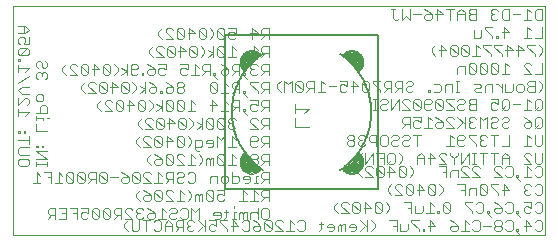
<source format=gbo>
G75*
%MOIN*%
%OFA0B0*%
%FSLAX25Y25*%
%IPPOS*%
%LPD*%
%AMOC8*
5,1,8,0,0,1.08239X$1,22.5*
%
%ADD10C,0.00000*%
%ADD11C,0.00300*%
%ADD12C,0.00800*%
%ADD13C,0.00400*%
D10*
X0002291Y0002097D02*
X0002291Y0078534D01*
X0179516Y0078534D01*
X0179516Y0002097D01*
X0002291Y0002097D01*
D11*
X0013741Y0007444D02*
X0014975Y0008678D01*
X0014358Y0008678D02*
X0016209Y0008678D01*
X0016209Y0007444D02*
X0016209Y0011147D01*
X0014358Y0011147D01*
X0013741Y0010530D01*
X0013741Y0009296D01*
X0014358Y0008678D01*
X0017424Y0007444D02*
X0019893Y0007444D01*
X0019893Y0011147D01*
X0017424Y0011147D01*
X0018658Y0009296D02*
X0019893Y0009296D01*
X0021107Y0011147D02*
X0023576Y0011147D01*
X0023576Y0007444D01*
X0024790Y0008061D02*
X0025407Y0007444D01*
X0026642Y0007444D01*
X0027259Y0008061D01*
X0028473Y0008061D02*
X0029090Y0007444D01*
X0030325Y0007444D01*
X0030942Y0008061D01*
X0028473Y0010530D01*
X0028473Y0008061D01*
X0027259Y0009296D02*
X0026025Y0009913D01*
X0025407Y0009913D01*
X0024790Y0009296D01*
X0024790Y0008061D01*
X0023576Y0009296D02*
X0022341Y0009296D01*
X0024790Y0011147D02*
X0027259Y0011147D01*
X0027259Y0009296D01*
X0028473Y0010530D02*
X0029090Y0011147D01*
X0030325Y0011147D01*
X0030942Y0010530D01*
X0030942Y0008061D01*
X0032156Y0008061D02*
X0032774Y0007444D01*
X0034008Y0007444D01*
X0034625Y0008061D01*
X0032156Y0010530D01*
X0032156Y0008061D01*
X0034625Y0008061D02*
X0034625Y0010530D01*
X0034008Y0011147D01*
X0032774Y0011147D01*
X0032156Y0010530D01*
X0035840Y0010530D02*
X0035840Y0009296D01*
X0036457Y0008678D01*
X0038308Y0008678D01*
X0038308Y0007444D02*
X0038308Y0011147D01*
X0036457Y0011147D01*
X0035840Y0010530D01*
X0039523Y0010530D02*
X0039523Y0009913D01*
X0041991Y0007444D01*
X0039523Y0007444D01*
X0040480Y0007132D02*
X0039246Y0005897D01*
X0039246Y0004663D01*
X0040480Y0003428D01*
X0041694Y0004046D02*
X0041694Y0007132D01*
X0043206Y0008061D02*
X0043823Y0007444D01*
X0045057Y0007444D01*
X0045675Y0008061D01*
X0045378Y0007132D02*
X0047846Y0007132D01*
X0047506Y0007444D02*
X0046889Y0008061D01*
X0046889Y0008678D01*
X0047506Y0009296D01*
X0049358Y0009296D01*
X0049358Y0008061D01*
X0048741Y0007444D01*
X0047506Y0007444D01*
X0046612Y0007132D02*
X0046612Y0003428D01*
X0044163Y0004046D02*
X0043546Y0003428D01*
X0042312Y0003428D01*
X0041694Y0004046D01*
X0044163Y0004046D02*
X0044163Y0007132D01*
X0043206Y0008061D02*
X0043206Y0008678D01*
X0043823Y0009296D01*
X0044440Y0009296D01*
X0043823Y0009296D02*
X0043206Y0009913D01*
X0043206Y0010530D01*
X0043823Y0011147D01*
X0045057Y0011147D01*
X0045675Y0010530D01*
X0046889Y0011147D02*
X0048123Y0010530D01*
X0049358Y0009296D01*
X0050572Y0007444D02*
X0053041Y0007444D01*
X0053978Y0007132D02*
X0052744Y0005897D01*
X0052744Y0003428D01*
X0051530Y0004046D02*
X0050912Y0003428D01*
X0049678Y0003428D01*
X0049061Y0004046D01*
X0051530Y0004046D02*
X0051530Y0006514D01*
X0050912Y0007132D01*
X0049678Y0007132D01*
X0049061Y0006514D01*
X0051807Y0007444D02*
X0051807Y0011147D01*
X0053041Y0009913D01*
X0054255Y0010530D02*
X0054872Y0011147D01*
X0056107Y0011147D01*
X0056724Y0010530D01*
X0056724Y0009913D01*
X0056107Y0009296D01*
X0054872Y0009296D01*
X0054255Y0008678D01*
X0054255Y0008061D01*
X0054872Y0007444D01*
X0056107Y0007444D01*
X0056724Y0008061D01*
X0057044Y0007132D02*
X0056427Y0006514D01*
X0056427Y0005280D01*
X0057044Y0004663D01*
X0058896Y0004663D01*
X0060110Y0004663D02*
X0060110Y0004046D01*
X0060727Y0003428D01*
X0061962Y0003428D01*
X0062579Y0004046D01*
X0063793Y0003428D02*
X0065645Y0005280D01*
X0066262Y0004663D02*
X0063793Y0007132D01*
X0064090Y0007444D02*
X0064090Y0011147D01*
X0062856Y0009913D01*
X0061622Y0011147D01*
X0061622Y0007444D01*
X0061962Y0007132D02*
X0060727Y0007132D01*
X0060110Y0006514D01*
X0060110Y0005897D01*
X0060727Y0005280D01*
X0060110Y0004663D01*
X0060727Y0005280D02*
X0061345Y0005280D01*
X0062579Y0006514D02*
X0061962Y0007132D01*
X0060407Y0008061D02*
X0059790Y0007444D01*
X0058556Y0007444D01*
X0057938Y0008061D01*
X0057044Y0007132D02*
X0058896Y0007132D01*
X0058896Y0003428D01*
X0057661Y0004663D02*
X0056427Y0003428D01*
X0055213Y0003428D02*
X0055213Y0005897D01*
X0053978Y0007132D01*
X0052744Y0005280D02*
X0055213Y0005280D01*
X0060407Y0008061D02*
X0060407Y0010530D01*
X0059790Y0011147D01*
X0058556Y0011147D01*
X0057938Y0010530D01*
X0057945Y0013444D02*
X0057945Y0017147D01*
X0059179Y0015913D01*
X0060401Y0017147D02*
X0061635Y0015913D01*
X0061635Y0014678D01*
X0060401Y0013444D01*
X0059179Y0013444D02*
X0056711Y0013444D01*
X0055496Y0013444D02*
X0053028Y0015913D01*
X0053028Y0016530D01*
X0053645Y0017147D01*
X0054879Y0017147D01*
X0055496Y0016530D01*
X0051813Y0016530D02*
X0051196Y0017147D01*
X0049962Y0017147D01*
X0049344Y0016530D01*
X0051813Y0014061D01*
X0051196Y0013444D01*
X0049962Y0013444D01*
X0049344Y0014061D01*
X0049344Y0016530D01*
X0051813Y0016530D02*
X0051813Y0014061D01*
X0053028Y0013444D02*
X0055496Y0013444D01*
X0062849Y0013444D02*
X0062849Y0015296D01*
X0063466Y0015913D01*
X0064084Y0015296D01*
X0064084Y0013444D01*
X0065318Y0013444D02*
X0065318Y0015913D01*
X0064701Y0015913D01*
X0064084Y0015296D01*
X0066532Y0016530D02*
X0066532Y0014061D01*
X0067150Y0013444D01*
X0068384Y0013444D01*
X0069001Y0014061D01*
X0066532Y0016530D01*
X0067150Y0017147D01*
X0068384Y0017147D01*
X0069001Y0016530D01*
X0069001Y0014061D01*
X0070216Y0014061D02*
X0070833Y0013444D01*
X0072067Y0013444D01*
X0072684Y0014061D01*
X0072684Y0015296D02*
X0071450Y0015913D01*
X0070833Y0015913D01*
X0070216Y0015296D01*
X0070216Y0014061D01*
X0072684Y0015296D02*
X0072684Y0017147D01*
X0070216Y0017147D01*
X0070229Y0019444D02*
X0070229Y0021913D01*
X0068377Y0021913D01*
X0067760Y0021296D01*
X0067760Y0019444D01*
X0071443Y0020061D02*
X0071443Y0021296D01*
X0072060Y0021913D01*
X0073295Y0021913D01*
X0073912Y0021296D01*
X0073912Y0020061D01*
X0073295Y0019444D01*
X0072060Y0019444D01*
X0071443Y0020061D01*
X0075126Y0019444D02*
X0076978Y0019444D01*
X0077595Y0020061D01*
X0077595Y0021296D01*
X0076978Y0021913D01*
X0075126Y0021913D01*
X0075126Y0023147D02*
X0075126Y0019444D01*
X0078810Y0020678D02*
X0078810Y0021296D01*
X0079427Y0021913D01*
X0080661Y0021913D01*
X0081278Y0021296D01*
X0081278Y0020061D01*
X0080661Y0019444D01*
X0079427Y0019444D01*
X0078810Y0020678D02*
X0081278Y0020678D01*
X0082499Y0019444D02*
X0083734Y0019444D01*
X0083117Y0019444D02*
X0083117Y0021913D01*
X0083734Y0021913D01*
X0084948Y0022530D02*
X0084948Y0021296D01*
X0085565Y0020678D01*
X0087417Y0020678D01*
X0087417Y0019444D02*
X0087417Y0023147D01*
X0085565Y0023147D01*
X0084948Y0022530D01*
X0083117Y0023147D02*
X0083117Y0023764D01*
X0083117Y0025444D02*
X0083734Y0026061D01*
X0083734Y0026678D01*
X0083117Y0027296D01*
X0081882Y0027296D01*
X0081265Y0026678D01*
X0081265Y0026061D01*
X0081882Y0025444D01*
X0083117Y0025444D01*
X0084948Y0025444D02*
X0086183Y0026678D01*
X0085565Y0026678D02*
X0087417Y0026678D01*
X0087417Y0025444D02*
X0087417Y0029147D01*
X0085565Y0029147D01*
X0084948Y0028530D01*
X0084948Y0027296D01*
X0085565Y0026678D01*
X0083734Y0027913D02*
X0083734Y0028530D01*
X0083117Y0029147D01*
X0081882Y0029147D01*
X0081265Y0028530D01*
X0081265Y0027913D01*
X0081882Y0027296D01*
X0083117Y0027296D02*
X0083734Y0027913D01*
X0083117Y0031444D02*
X0081882Y0031444D01*
X0081265Y0032061D01*
X0081265Y0034530D01*
X0081882Y0035147D01*
X0083117Y0035147D01*
X0083734Y0034530D01*
X0083734Y0033913D01*
X0083117Y0033296D01*
X0081265Y0033296D01*
X0083117Y0031444D02*
X0083734Y0032061D01*
X0084948Y0031444D02*
X0086183Y0032678D01*
X0085565Y0032678D02*
X0087417Y0032678D01*
X0085565Y0032678D02*
X0084948Y0033296D01*
X0084948Y0034530D01*
X0085565Y0035147D01*
X0087417Y0035147D01*
X0087417Y0031444D01*
X0076367Y0031444D02*
X0073899Y0031444D01*
X0072684Y0031444D02*
X0072684Y0035147D01*
X0071450Y0033913D01*
X0070216Y0035147D01*
X0070216Y0031444D01*
X0069001Y0032061D02*
X0069001Y0033296D01*
X0068384Y0033913D01*
X0067150Y0033913D01*
X0066532Y0033296D01*
X0066532Y0032678D01*
X0069001Y0032678D01*
X0069001Y0032061D02*
X0068384Y0031444D01*
X0067150Y0031444D01*
X0065318Y0032061D02*
X0064701Y0031444D01*
X0062849Y0031444D01*
X0062849Y0030827D02*
X0062849Y0033913D01*
X0064701Y0033913D01*
X0065318Y0033296D01*
X0065318Y0032061D01*
X0063466Y0030210D02*
X0062849Y0030827D01*
X0063466Y0030210D02*
X0064084Y0030210D01*
X0064084Y0029147D02*
X0065318Y0027913D01*
X0065318Y0026678D01*
X0064084Y0025444D01*
X0062863Y0025444D02*
X0060394Y0025444D01*
X0059179Y0025444D02*
X0056711Y0027913D01*
X0056711Y0028530D01*
X0057328Y0029147D01*
X0058562Y0029147D01*
X0059179Y0028530D01*
X0061628Y0029147D02*
X0061628Y0025444D01*
X0059179Y0025444D02*
X0056711Y0025444D01*
X0055496Y0026061D02*
X0053028Y0028530D01*
X0053028Y0026061D01*
X0053645Y0025444D01*
X0054879Y0025444D01*
X0055496Y0026061D01*
X0055496Y0028530D01*
X0054879Y0029147D01*
X0053645Y0029147D01*
X0053028Y0028530D01*
X0051813Y0027296D02*
X0049962Y0027296D01*
X0049344Y0026678D01*
X0049344Y0026061D01*
X0049962Y0025444D01*
X0051196Y0025444D01*
X0051813Y0026061D01*
X0051813Y0027296D01*
X0050579Y0028530D01*
X0049344Y0029147D01*
X0048130Y0029147D02*
X0046896Y0027913D01*
X0046896Y0026678D01*
X0048130Y0025444D01*
X0047513Y0023147D02*
X0046278Y0023147D01*
X0045661Y0022530D01*
X0045661Y0021913D01*
X0048130Y0019444D01*
X0045661Y0019444D01*
X0044447Y0020061D02*
X0041978Y0022530D01*
X0041978Y0020061D01*
X0042595Y0019444D01*
X0043830Y0019444D01*
X0044447Y0020061D01*
X0044447Y0022530D01*
X0043830Y0023147D01*
X0042595Y0023147D01*
X0041978Y0022530D01*
X0040764Y0021296D02*
X0038912Y0021296D01*
X0038295Y0020678D01*
X0038295Y0020061D01*
X0038912Y0019444D01*
X0040147Y0019444D01*
X0040764Y0020061D01*
X0040764Y0021296D01*
X0039529Y0022530D01*
X0038295Y0023147D01*
X0037081Y0021296D02*
X0034612Y0021296D01*
X0033397Y0022530D02*
X0032780Y0023147D01*
X0031546Y0023147D01*
X0030929Y0022530D01*
X0033397Y0020061D01*
X0032780Y0019444D01*
X0031546Y0019444D01*
X0030929Y0020061D01*
X0030929Y0022530D01*
X0029714Y0023147D02*
X0027863Y0023147D01*
X0027246Y0022530D01*
X0027246Y0021296D01*
X0027863Y0020678D01*
X0029714Y0020678D01*
X0029714Y0019444D02*
X0029714Y0023147D01*
X0026031Y0022530D02*
X0025414Y0023147D01*
X0024180Y0023147D01*
X0023562Y0022530D01*
X0026031Y0020061D01*
X0025414Y0019444D01*
X0024180Y0019444D01*
X0023562Y0020061D01*
X0023562Y0022530D01*
X0022348Y0022530D02*
X0021731Y0023147D01*
X0020496Y0023147D01*
X0019879Y0022530D01*
X0022348Y0020061D01*
X0021731Y0019444D01*
X0020496Y0019444D01*
X0019879Y0020061D01*
X0019879Y0022530D01*
X0018665Y0021913D02*
X0017431Y0023147D01*
X0017431Y0019444D01*
X0018665Y0019444D02*
X0016196Y0019444D01*
X0014982Y0019444D02*
X0014982Y0023147D01*
X0012513Y0023147D01*
X0011299Y0021913D02*
X0010064Y0023147D01*
X0010064Y0019444D01*
X0008830Y0019444D02*
X0011299Y0019444D01*
X0013747Y0021296D02*
X0014982Y0021296D01*
X0022348Y0020061D02*
X0022348Y0022530D01*
X0026031Y0022530D02*
X0026031Y0020061D01*
X0027246Y0019444D02*
X0028480Y0020678D01*
X0033397Y0020061D02*
X0033397Y0022530D01*
X0043213Y0015913D02*
X0044447Y0017147D01*
X0045661Y0017147D02*
X0046896Y0016530D01*
X0048130Y0015296D01*
X0046278Y0015296D01*
X0045661Y0014678D01*
X0045661Y0014061D01*
X0046278Y0013444D01*
X0047513Y0013444D01*
X0048130Y0014061D01*
X0048130Y0015296D01*
X0044447Y0013444D02*
X0043213Y0014678D01*
X0043213Y0015913D01*
X0049344Y0019444D02*
X0051813Y0019444D01*
X0053028Y0019444D02*
X0054262Y0020678D01*
X0053645Y0020678D02*
X0055496Y0020678D01*
X0056711Y0020678D02*
X0056711Y0020061D01*
X0057328Y0019444D01*
X0058562Y0019444D01*
X0059179Y0020061D01*
X0060394Y0020061D02*
X0061011Y0019444D01*
X0062245Y0019444D01*
X0062863Y0020061D01*
X0062863Y0022530D01*
X0062245Y0023147D01*
X0061011Y0023147D01*
X0060394Y0022530D01*
X0059179Y0022530D02*
X0058562Y0023147D01*
X0057328Y0023147D01*
X0056711Y0022530D01*
X0055496Y0023147D02*
X0053645Y0023147D01*
X0053028Y0022530D01*
X0053028Y0021296D01*
X0053645Y0020678D01*
X0055496Y0019444D02*
X0055496Y0023147D01*
X0057328Y0021296D02*
X0056711Y0020678D01*
X0057328Y0021296D02*
X0058562Y0021296D01*
X0059179Y0021913D01*
X0059179Y0022530D01*
X0051813Y0021913D02*
X0050579Y0023147D01*
X0050579Y0019444D01*
X0048130Y0022530D02*
X0047513Y0023147D01*
X0061628Y0029147D02*
X0062863Y0027913D01*
X0066532Y0027296D02*
X0066532Y0025444D01*
X0067767Y0025444D02*
X0067767Y0027296D01*
X0067150Y0027913D01*
X0066532Y0027296D01*
X0067767Y0027296D02*
X0068384Y0027913D01*
X0069001Y0027913D01*
X0069001Y0025444D01*
X0070216Y0026061D02*
X0070833Y0025444D01*
X0072067Y0025444D01*
X0072684Y0026061D01*
X0070216Y0028530D01*
X0070216Y0026061D01*
X0072684Y0026061D02*
X0072684Y0028530D01*
X0072067Y0029147D01*
X0070833Y0029147D01*
X0070216Y0028530D01*
X0075133Y0029147D02*
X0075133Y0025444D01*
X0076367Y0025444D02*
X0073899Y0025444D01*
X0076367Y0027913D02*
X0075133Y0029147D01*
X0075133Y0031444D02*
X0075133Y0035147D01*
X0076367Y0033913D01*
X0075750Y0037444D02*
X0074516Y0037444D01*
X0073899Y0038061D01*
X0073899Y0038678D01*
X0074516Y0039296D01*
X0075133Y0039296D01*
X0074516Y0039296D02*
X0073899Y0039913D01*
X0073899Y0040530D01*
X0074516Y0041147D01*
X0075750Y0041147D01*
X0076367Y0040530D01*
X0078816Y0043444D02*
X0080051Y0042210D01*
X0079433Y0043444D02*
X0078816Y0043444D01*
X0078816Y0044061D01*
X0079433Y0044061D01*
X0079433Y0043444D01*
X0077595Y0043444D02*
X0077595Y0047147D01*
X0075744Y0047147D01*
X0075126Y0046530D01*
X0075126Y0045296D01*
X0075744Y0044678D01*
X0077595Y0044678D01*
X0076361Y0044678D02*
X0075126Y0043444D01*
X0073912Y0043444D02*
X0071443Y0043444D01*
X0072678Y0043444D02*
X0072678Y0047147D01*
X0073912Y0045913D01*
X0070229Y0045296D02*
X0067760Y0045296D01*
X0068377Y0047147D02*
X0070229Y0045296D01*
X0068377Y0047147D02*
X0068377Y0043444D01*
X0068384Y0041147D02*
X0067150Y0041147D01*
X0066532Y0040530D01*
X0069001Y0038061D01*
X0068384Y0037444D01*
X0067150Y0037444D01*
X0066532Y0038061D01*
X0066532Y0040530D01*
X0065318Y0041147D02*
X0065318Y0037444D01*
X0065318Y0038678D02*
X0063466Y0039913D01*
X0062249Y0039913D02*
X0061014Y0041147D01*
X0059793Y0040530D02*
X0059176Y0041147D01*
X0057942Y0041147D01*
X0057325Y0040530D01*
X0059793Y0038061D01*
X0059176Y0037444D01*
X0057942Y0037444D01*
X0057325Y0038061D01*
X0057325Y0040530D01*
X0059793Y0040530D02*
X0059793Y0038061D01*
X0061014Y0037444D02*
X0062249Y0038678D01*
X0062249Y0039913D01*
X0063466Y0037444D02*
X0065318Y0038678D01*
X0069001Y0038061D02*
X0069001Y0040530D01*
X0068384Y0041147D01*
X0070216Y0040530D02*
X0072684Y0038061D01*
X0072067Y0037444D01*
X0070833Y0037444D01*
X0070216Y0038061D01*
X0070216Y0040530D01*
X0070833Y0041147D01*
X0072067Y0041147D01*
X0072684Y0040530D01*
X0072684Y0038061D01*
X0075750Y0037444D02*
X0076367Y0038061D01*
X0081265Y0037444D02*
X0083734Y0037444D01*
X0081265Y0039913D01*
X0081265Y0040530D01*
X0081882Y0041147D01*
X0083117Y0041147D01*
X0083734Y0040530D01*
X0084948Y0040530D02*
X0084948Y0039296D01*
X0085565Y0038678D01*
X0087417Y0038678D01*
X0087417Y0037444D02*
X0087417Y0041147D01*
X0085565Y0041147D01*
X0084948Y0040530D01*
X0086183Y0038678D02*
X0084948Y0037444D01*
X0084948Y0043444D02*
X0086183Y0044678D01*
X0085565Y0044678D02*
X0087417Y0044678D01*
X0085565Y0044678D02*
X0084948Y0045296D01*
X0084948Y0046530D01*
X0085565Y0047147D01*
X0087417Y0047147D01*
X0087417Y0043444D01*
X0083734Y0044061D02*
X0083117Y0043444D01*
X0081882Y0043444D01*
X0081265Y0044061D01*
X0081265Y0045296D01*
X0081882Y0045913D01*
X0082499Y0045913D01*
X0083734Y0045296D01*
X0083734Y0047147D01*
X0081265Y0047147D01*
X0080051Y0048210D02*
X0078816Y0049444D01*
X0079433Y0049444D01*
X0079433Y0050061D01*
X0078816Y0050061D01*
X0078816Y0049444D01*
X0077595Y0049444D02*
X0077595Y0053147D01*
X0075744Y0053147D01*
X0075126Y0052530D01*
X0075126Y0051296D01*
X0075744Y0050678D01*
X0077595Y0050678D01*
X0076361Y0050678D02*
X0075126Y0049444D01*
X0073912Y0049444D02*
X0071443Y0049444D01*
X0072678Y0049444D02*
X0072678Y0053147D01*
X0073912Y0051913D01*
X0070229Y0052530D02*
X0069612Y0053147D01*
X0068377Y0053147D01*
X0067760Y0052530D01*
X0070229Y0050061D01*
X0069612Y0049444D01*
X0068377Y0049444D01*
X0067760Y0050061D01*
X0067760Y0052530D01*
X0070229Y0052530D02*
X0070229Y0050061D01*
X0070229Y0054210D02*
X0068995Y0055444D01*
X0069612Y0055444D01*
X0069612Y0056061D01*
X0068995Y0056061D01*
X0068995Y0055444D01*
X0067773Y0055444D02*
X0067773Y0059147D01*
X0065922Y0059147D01*
X0065305Y0058530D01*
X0065305Y0057296D01*
X0065922Y0056678D01*
X0067773Y0056678D01*
X0066539Y0056678D02*
X0065305Y0055444D01*
X0064090Y0055444D02*
X0061622Y0055444D01*
X0062856Y0055444D02*
X0062856Y0059147D01*
X0064090Y0057913D01*
X0060407Y0057296D02*
X0060407Y0059147D01*
X0057938Y0059147D01*
X0058556Y0057913D02*
X0057938Y0057296D01*
X0057938Y0056061D01*
X0058556Y0055444D01*
X0059790Y0055444D01*
X0060407Y0056061D01*
X0060407Y0057296D02*
X0059173Y0057913D01*
X0058556Y0057913D01*
X0053041Y0057296D02*
X0051807Y0057913D01*
X0051189Y0057913D01*
X0050572Y0057296D01*
X0050572Y0056061D01*
X0051189Y0055444D01*
X0052424Y0055444D01*
X0053041Y0056061D01*
X0053041Y0057296D02*
X0053041Y0059147D01*
X0050572Y0059147D01*
X0049358Y0057296D02*
X0048123Y0058530D01*
X0046889Y0059147D01*
X0043833Y0058530D02*
X0043833Y0057913D01*
X0043216Y0057296D01*
X0041364Y0057296D01*
X0041364Y0058530D02*
X0041364Y0056061D01*
X0041981Y0055444D01*
X0043216Y0055444D01*
X0043833Y0056061D01*
X0045057Y0056061D02*
X0045057Y0055444D01*
X0045675Y0055444D01*
X0045675Y0056061D01*
X0045057Y0056061D01*
X0046889Y0056061D02*
X0046889Y0056678D01*
X0047506Y0057296D01*
X0049358Y0057296D01*
X0049358Y0056061D01*
X0048741Y0055444D01*
X0047506Y0055444D01*
X0046889Y0056061D01*
X0043833Y0058530D02*
X0043216Y0059147D01*
X0041981Y0059147D01*
X0041364Y0058530D01*
X0040150Y0059147D02*
X0040150Y0055444D01*
X0040150Y0056678D02*
X0038298Y0055444D01*
X0037081Y0056678D02*
X0037081Y0057913D01*
X0035846Y0059147D01*
X0034625Y0058530D02*
X0034008Y0059147D01*
X0032774Y0059147D01*
X0032156Y0058530D01*
X0034625Y0056061D01*
X0034008Y0055444D01*
X0032774Y0055444D01*
X0032156Y0056061D01*
X0032156Y0058530D01*
X0030942Y0057296D02*
X0029090Y0059147D01*
X0029090Y0055444D01*
X0027259Y0056061D02*
X0026642Y0055444D01*
X0025407Y0055444D01*
X0024790Y0056061D01*
X0024790Y0058530D01*
X0027259Y0056061D01*
X0027259Y0058530D01*
X0026642Y0059147D01*
X0025407Y0059147D01*
X0024790Y0058530D01*
X0023576Y0058530D02*
X0022959Y0059147D01*
X0021724Y0059147D01*
X0021107Y0058530D01*
X0021107Y0057913D01*
X0023576Y0055444D01*
X0021107Y0055444D01*
X0019893Y0055444D02*
X0018658Y0056678D01*
X0018658Y0057913D01*
X0019893Y0059147D01*
X0013562Y0059547D02*
X0013562Y0058312D01*
X0012945Y0057695D01*
X0012327Y0057695D01*
X0011710Y0058312D01*
X0011710Y0059547D01*
X0011093Y0060164D01*
X0010476Y0060164D01*
X0009859Y0059547D01*
X0009859Y0058312D01*
X0010476Y0057695D01*
X0007562Y0057702D02*
X0003859Y0057702D01*
X0003859Y0058936D02*
X0003859Y0056467D01*
X0006327Y0056467D02*
X0007562Y0057702D01*
X0009859Y0055863D02*
X0010476Y0056481D01*
X0011093Y0056481D01*
X0011710Y0055863D01*
X0011710Y0055246D01*
X0011710Y0055863D02*
X0012327Y0056481D01*
X0012945Y0056481D01*
X0013562Y0055863D01*
X0013562Y0054629D01*
X0012945Y0054012D01*
X0010476Y0054012D02*
X0009859Y0054629D01*
X0009859Y0055863D01*
X0007562Y0055253D02*
X0003859Y0052784D01*
X0005093Y0051570D02*
X0007562Y0051570D01*
X0005093Y0051570D02*
X0003859Y0050335D01*
X0005093Y0049101D01*
X0007562Y0049101D01*
X0006945Y0047887D02*
X0007562Y0047270D01*
X0007562Y0046035D01*
X0006945Y0045418D01*
X0006327Y0047887D02*
X0003859Y0045418D01*
X0003859Y0047887D01*
X0006327Y0047887D02*
X0006945Y0047887D01*
X0009859Y0048497D02*
X0009859Y0047263D01*
X0010476Y0046646D01*
X0011710Y0046646D01*
X0012327Y0047263D01*
X0012327Y0048497D01*
X0011710Y0049114D01*
X0010476Y0049114D01*
X0009859Y0048497D01*
X0011710Y0045431D02*
X0011093Y0044814D01*
X0011093Y0042962D01*
X0009859Y0042962D02*
X0013562Y0042962D01*
X0013562Y0044814D01*
X0012945Y0045431D01*
X0011710Y0045431D01*
X0007562Y0042969D02*
X0003859Y0042969D01*
X0003859Y0041735D02*
X0003859Y0044204D01*
X0006327Y0041735D02*
X0007562Y0042969D01*
X0009859Y0041741D02*
X0009859Y0040507D01*
X0009859Y0041124D02*
X0012327Y0041124D01*
X0012327Y0040507D01*
X0013562Y0041124D02*
X0014179Y0041124D01*
X0009859Y0039293D02*
X0009859Y0036824D01*
X0013562Y0036824D01*
X0007562Y0034996D02*
X0007562Y0032527D01*
X0007562Y0033761D02*
X0003859Y0033761D01*
X0003859Y0036210D02*
X0004476Y0036210D01*
X0004476Y0036827D01*
X0003859Y0036827D01*
X0003859Y0036210D01*
X0005710Y0036210D02*
X0005710Y0036827D01*
X0006327Y0036827D01*
X0006327Y0036210D01*
X0005710Y0036210D01*
X0009859Y0031916D02*
X0009859Y0031299D01*
X0010476Y0031299D01*
X0010476Y0031916D01*
X0009859Y0031916D01*
X0011710Y0031916D02*
X0011710Y0031299D01*
X0012327Y0031299D01*
X0012327Y0031916D01*
X0011710Y0031916D01*
X0009859Y0030085D02*
X0013562Y0030085D01*
X0013562Y0027616D02*
X0009859Y0030085D01*
X0007562Y0031313D02*
X0004476Y0031313D01*
X0003859Y0030695D01*
X0003859Y0029461D01*
X0004476Y0028844D01*
X0007562Y0028844D01*
X0006945Y0027629D02*
X0007562Y0027012D01*
X0007562Y0025778D01*
X0006945Y0025161D01*
X0004476Y0025161D01*
X0003859Y0025778D01*
X0003859Y0027012D01*
X0004476Y0027629D01*
X0006945Y0027629D01*
X0009859Y0027616D02*
X0013562Y0027616D01*
X0013562Y0026395D02*
X0013562Y0025161D01*
X0013562Y0025778D02*
X0009859Y0025778D01*
X0009859Y0025161D02*
X0009859Y0026395D01*
X0043213Y0032678D02*
X0043213Y0033913D01*
X0044447Y0035147D01*
X0045661Y0034530D02*
X0046278Y0035147D01*
X0047513Y0035147D01*
X0048130Y0034530D01*
X0049344Y0034530D02*
X0049962Y0035147D01*
X0051196Y0035147D01*
X0051813Y0034530D01*
X0051813Y0032061D01*
X0049344Y0034530D01*
X0049344Y0032061D01*
X0049962Y0031444D01*
X0051196Y0031444D01*
X0051813Y0032061D01*
X0053645Y0031444D02*
X0053645Y0035147D01*
X0055496Y0033296D01*
X0053028Y0033296D01*
X0056711Y0034530D02*
X0056711Y0032061D01*
X0057328Y0031444D01*
X0058562Y0031444D01*
X0059179Y0032061D01*
X0056711Y0034530D01*
X0057328Y0035147D01*
X0058562Y0035147D01*
X0059179Y0034530D01*
X0059179Y0032061D01*
X0060401Y0031444D02*
X0061635Y0032678D01*
X0061635Y0033913D01*
X0060401Y0035147D01*
X0054259Y0037444D02*
X0054259Y0041147D01*
X0056110Y0039296D01*
X0053641Y0039296D01*
X0052427Y0038061D02*
X0052427Y0040530D01*
X0051810Y0041147D01*
X0050575Y0041147D01*
X0049958Y0040530D01*
X0052427Y0038061D01*
X0051810Y0037444D01*
X0050575Y0037444D01*
X0049958Y0038061D01*
X0049958Y0040530D01*
X0048744Y0040530D02*
X0048127Y0041147D01*
X0046892Y0041147D01*
X0046275Y0040530D01*
X0046275Y0039913D01*
X0048744Y0037444D01*
X0046275Y0037444D01*
X0045061Y0037444D02*
X0043826Y0038678D01*
X0043826Y0039913D01*
X0045061Y0041147D01*
X0045671Y0043444D02*
X0044437Y0043444D01*
X0043820Y0044061D01*
X0043820Y0046530D01*
X0046288Y0044061D01*
X0045671Y0043444D01*
X0046288Y0044061D02*
X0046288Y0046530D01*
X0045671Y0047147D01*
X0044437Y0047147D01*
X0043820Y0046530D01*
X0042605Y0045296D02*
X0040137Y0045296D01*
X0038922Y0046530D02*
X0038922Y0044061D01*
X0036453Y0046530D01*
X0036453Y0044061D01*
X0037071Y0043444D01*
X0038305Y0043444D01*
X0038922Y0044061D01*
X0040754Y0043444D02*
X0040754Y0047147D01*
X0042605Y0045296D01*
X0038922Y0046530D02*
X0038305Y0047147D01*
X0037071Y0047147D01*
X0036453Y0046530D01*
X0035239Y0046530D02*
X0034622Y0047147D01*
X0033387Y0047147D01*
X0032770Y0046530D01*
X0032770Y0045913D01*
X0035239Y0043444D01*
X0032770Y0043444D01*
X0031556Y0043444D02*
X0030322Y0044678D01*
X0030322Y0045913D01*
X0031556Y0047147D01*
X0031546Y0049444D02*
X0032780Y0049444D01*
X0033397Y0050061D01*
X0030929Y0052530D01*
X0030929Y0050061D01*
X0031546Y0049444D01*
X0029714Y0049444D02*
X0027246Y0051913D01*
X0027246Y0052530D01*
X0027863Y0053147D01*
X0029097Y0053147D01*
X0029714Y0052530D01*
X0030929Y0052530D02*
X0031546Y0053147D01*
X0032780Y0053147D01*
X0033397Y0052530D01*
X0033397Y0050061D01*
X0035229Y0049444D02*
X0035229Y0053147D01*
X0037081Y0051296D01*
X0034612Y0051296D01*
X0038295Y0052530D02*
X0038295Y0050061D01*
X0038912Y0049444D01*
X0040147Y0049444D01*
X0040764Y0050061D01*
X0038295Y0052530D01*
X0038912Y0053147D01*
X0040147Y0053147D01*
X0040764Y0052530D01*
X0040764Y0050061D01*
X0041985Y0049444D02*
X0043219Y0050678D01*
X0043219Y0051913D01*
X0041985Y0053147D01*
X0044437Y0051913D02*
X0046288Y0050678D01*
X0044437Y0049444D01*
X0046288Y0049444D02*
X0046288Y0053147D01*
X0047503Y0053147D02*
X0048737Y0052530D01*
X0049972Y0051296D01*
X0048120Y0051296D01*
X0047503Y0050678D01*
X0047503Y0050061D01*
X0048120Y0049444D01*
X0049354Y0049444D01*
X0049972Y0050061D01*
X0049972Y0051296D01*
X0051196Y0050061D02*
X0051196Y0049444D01*
X0051813Y0049444D01*
X0051813Y0050061D01*
X0051196Y0050061D01*
X0053028Y0050061D02*
X0053028Y0050678D01*
X0053645Y0051296D01*
X0055496Y0051296D01*
X0055496Y0050061D01*
X0054879Y0049444D01*
X0053645Y0049444D01*
X0053028Y0050061D01*
X0055496Y0051296D02*
X0054262Y0052530D01*
X0053028Y0053147D01*
X0056711Y0052530D02*
X0056711Y0051913D01*
X0057328Y0051296D01*
X0058562Y0051296D01*
X0059179Y0051913D01*
X0059179Y0052530D01*
X0058562Y0053147D01*
X0057328Y0053147D01*
X0056711Y0052530D01*
X0057328Y0051296D02*
X0056711Y0050678D01*
X0056711Y0050061D01*
X0057328Y0049444D01*
X0058562Y0049444D01*
X0059179Y0050061D01*
X0059179Y0050678D01*
X0058562Y0051296D01*
X0058562Y0047147D02*
X0057328Y0047147D01*
X0056711Y0046530D01*
X0059179Y0044061D01*
X0058562Y0043444D01*
X0057328Y0043444D01*
X0056711Y0044061D01*
X0056711Y0046530D01*
X0055496Y0046530D02*
X0054879Y0047147D01*
X0053645Y0047147D01*
X0053028Y0046530D01*
X0055496Y0044061D01*
X0054879Y0043444D01*
X0053645Y0043444D01*
X0053028Y0044061D01*
X0053028Y0046530D01*
X0051813Y0047147D02*
X0051813Y0043444D01*
X0051813Y0044678D02*
X0049962Y0043444D01*
X0048744Y0044678D02*
X0047510Y0043444D01*
X0048744Y0044678D02*
X0048744Y0045913D01*
X0047510Y0047147D01*
X0049962Y0045913D02*
X0051813Y0044678D01*
X0055496Y0044061D02*
X0055496Y0046530D01*
X0058562Y0047147D02*
X0059179Y0046530D01*
X0059179Y0044061D01*
X0060394Y0043444D02*
X0062863Y0043444D01*
X0061628Y0043444D02*
X0061628Y0047147D01*
X0062863Y0045913D01*
X0078816Y0055444D02*
X0080051Y0054210D01*
X0081265Y0053147D02*
X0081265Y0052530D01*
X0083734Y0050061D01*
X0083734Y0049444D01*
X0084948Y0049444D02*
X0086183Y0050678D01*
X0085565Y0050678D02*
X0087417Y0050678D01*
X0087417Y0049444D02*
X0087417Y0053147D01*
X0085565Y0053147D01*
X0084948Y0052530D01*
X0084948Y0051296D01*
X0085565Y0050678D01*
X0090196Y0051104D02*
X0090196Y0052338D01*
X0091430Y0053572D01*
X0092645Y0053572D02*
X0092645Y0049869D01*
X0091430Y0049869D02*
X0090196Y0051104D01*
X0092645Y0053572D02*
X0093879Y0052338D01*
X0095113Y0053572D01*
X0095113Y0049869D01*
X0096328Y0050486D02*
X0096945Y0049869D01*
X0098179Y0049869D01*
X0098797Y0050486D01*
X0096328Y0052955D01*
X0096328Y0050486D01*
X0098797Y0050486D02*
X0098797Y0052955D01*
X0098179Y0053572D01*
X0096945Y0053572D01*
X0096328Y0052955D01*
X0100011Y0052955D02*
X0100011Y0051721D01*
X0100628Y0051104D01*
X0102480Y0051104D01*
X0101245Y0051104D02*
X0100011Y0049869D01*
X0102480Y0049869D02*
X0102480Y0053572D01*
X0100628Y0053572D01*
X0100011Y0052955D01*
X0104928Y0053572D02*
X0104928Y0049869D01*
X0103694Y0049869D02*
X0106163Y0049869D01*
X0107377Y0051721D02*
X0109846Y0051721D01*
X0111060Y0051721D02*
X0111060Y0050486D01*
X0111678Y0049869D01*
X0112912Y0049869D01*
X0113529Y0050486D01*
X0113529Y0051721D02*
X0112295Y0052338D01*
X0111678Y0052338D01*
X0111060Y0051721D01*
X0113529Y0051721D02*
X0113529Y0053572D01*
X0111060Y0053572D01*
X0115361Y0053572D02*
X0117212Y0051721D01*
X0114744Y0051721D01*
X0115361Y0053572D02*
X0115361Y0049869D01*
X0118427Y0050486D02*
X0119044Y0049869D01*
X0120278Y0049869D01*
X0120895Y0050486D01*
X0118427Y0052955D01*
X0118427Y0050486D01*
X0120895Y0050486D02*
X0120895Y0052955D01*
X0120278Y0053572D01*
X0119044Y0053572D01*
X0118427Y0052955D01*
X0122110Y0052955D02*
X0124579Y0050486D01*
X0124579Y0049869D01*
X0125793Y0049869D02*
X0127027Y0051104D01*
X0126410Y0051104D02*
X0128262Y0051104D01*
X0129476Y0051721D02*
X0130093Y0051104D01*
X0131945Y0051104D01*
X0133159Y0051104D02*
X0133159Y0050486D01*
X0133776Y0049869D01*
X0135011Y0049869D01*
X0135628Y0050486D01*
X0135011Y0051721D02*
X0133776Y0051721D01*
X0133159Y0051104D01*
X0135011Y0051721D02*
X0135628Y0052338D01*
X0135628Y0052955D01*
X0135011Y0053572D01*
X0133776Y0053572D01*
X0133159Y0052955D01*
X0131945Y0053572D02*
X0130093Y0053572D01*
X0129476Y0052955D01*
X0129476Y0051721D01*
X0130710Y0051104D02*
X0129476Y0049869D01*
X0128262Y0049869D02*
X0128262Y0053572D01*
X0126410Y0053572D01*
X0125793Y0052955D01*
X0125793Y0051721D01*
X0126410Y0051104D01*
X0122110Y0052955D02*
X0122110Y0053572D01*
X0124579Y0053572D01*
X0131945Y0053572D02*
X0131945Y0049869D01*
X0132549Y0047572D02*
X0133783Y0047572D01*
X0134400Y0046955D01*
X0135615Y0046955D02*
X0136232Y0047572D01*
X0137466Y0047572D01*
X0138083Y0046955D01*
X0138083Y0044486D01*
X0135615Y0046955D01*
X0135615Y0044486D01*
X0136232Y0043869D01*
X0137466Y0043869D01*
X0138083Y0044486D01*
X0139298Y0044486D02*
X0139298Y0046955D01*
X0139915Y0047572D01*
X0141149Y0047572D01*
X0141767Y0046955D01*
X0141767Y0046338D01*
X0141149Y0045721D01*
X0139298Y0045721D01*
X0139298Y0044486D02*
X0139915Y0043869D01*
X0141149Y0043869D01*
X0141767Y0044486D01*
X0142981Y0044486D02*
X0143598Y0043869D01*
X0144833Y0043869D01*
X0145450Y0044486D01*
X0142981Y0046955D01*
X0142981Y0044486D01*
X0145450Y0044486D02*
X0145450Y0046955D01*
X0144833Y0047572D01*
X0143598Y0047572D01*
X0142981Y0046955D01*
X0146664Y0046955D02*
X0149133Y0044486D01*
X0149133Y0043869D01*
X0146664Y0043869D01*
X0150347Y0044486D02*
X0150964Y0043869D01*
X0152199Y0043869D01*
X0152816Y0044486D01*
X0154030Y0044486D02*
X0154648Y0043869D01*
X0156499Y0043869D01*
X0156499Y0047572D01*
X0154648Y0047572D01*
X0154030Y0046955D01*
X0154030Y0046338D01*
X0154648Y0045721D01*
X0156499Y0045721D01*
X0154648Y0045721D02*
X0154030Y0045104D01*
X0154030Y0044486D01*
X0152199Y0045721D02*
X0150964Y0045721D01*
X0150347Y0045104D01*
X0150347Y0044486D01*
X0152199Y0045721D02*
X0152816Y0046338D01*
X0152816Y0046955D01*
X0152199Y0047572D01*
X0150964Y0047572D01*
X0150347Y0046955D01*
X0149133Y0047572D02*
X0146664Y0047572D01*
X0146664Y0046955D01*
X0146050Y0049869D02*
X0146050Y0051721D01*
X0146667Y0052338D01*
X0148519Y0052338D01*
X0148519Y0049869D01*
X0149740Y0049869D02*
X0150974Y0049869D01*
X0150357Y0049869D02*
X0150357Y0053572D01*
X0150974Y0053572D02*
X0149740Y0053572D01*
X0150347Y0055869D02*
X0150347Y0057721D01*
X0150964Y0058338D01*
X0152816Y0058338D01*
X0152816Y0055869D01*
X0154030Y0056486D02*
X0154648Y0055869D01*
X0155882Y0055869D01*
X0156499Y0056486D01*
X0154030Y0058955D01*
X0154030Y0056486D01*
X0156499Y0056486D02*
X0156499Y0058955D01*
X0155882Y0059572D01*
X0154648Y0059572D01*
X0154030Y0058955D01*
X0157714Y0058955D02*
X0160182Y0056486D01*
X0159565Y0055869D01*
X0158331Y0055869D01*
X0157714Y0056486D01*
X0157714Y0058955D01*
X0158331Y0059572D01*
X0159565Y0059572D01*
X0160182Y0058955D01*
X0160182Y0056486D01*
X0161397Y0056486D02*
X0162014Y0055869D01*
X0163248Y0055869D01*
X0163865Y0056486D01*
X0161397Y0058955D01*
X0161397Y0056486D01*
X0163865Y0056486D02*
X0163865Y0058955D01*
X0163248Y0059572D01*
X0162014Y0059572D01*
X0161397Y0058955D01*
X0165080Y0055869D02*
X0167549Y0055869D01*
X0166314Y0055869D02*
X0166314Y0059572D01*
X0167549Y0058338D01*
X0172446Y0058338D02*
X0172446Y0058955D01*
X0173063Y0059572D01*
X0174298Y0059572D01*
X0174915Y0058955D01*
X0172446Y0058338D02*
X0174915Y0055869D01*
X0172446Y0055869D01*
X0176129Y0055869D02*
X0178598Y0055869D01*
X0178598Y0059572D01*
X0177364Y0061869D02*
X0178598Y0063104D01*
X0178598Y0064338D01*
X0177364Y0065572D01*
X0176143Y0065572D02*
X0173674Y0065572D01*
X0173674Y0064955D01*
X0176143Y0062486D01*
X0176143Y0061869D01*
X0172459Y0063721D02*
X0169991Y0063721D01*
X0168776Y0063721D02*
X0166308Y0063721D01*
X0165093Y0062486D02*
X0165093Y0061869D01*
X0165093Y0062486D02*
X0162624Y0064955D01*
X0162624Y0065572D01*
X0165093Y0065572D01*
X0166925Y0065572D02*
X0168776Y0063721D01*
X0170608Y0065572D02*
X0170608Y0061869D01*
X0172459Y0063721D02*
X0170608Y0065572D01*
X0166925Y0065572D02*
X0166925Y0061869D01*
X0161410Y0061869D02*
X0161410Y0062486D01*
X0158941Y0064955D01*
X0158941Y0065572D01*
X0161410Y0065572D01*
X0157727Y0064338D02*
X0156492Y0065572D01*
X0156492Y0061869D01*
X0155258Y0061869D02*
X0157727Y0061869D01*
X0154044Y0062486D02*
X0153427Y0061869D01*
X0152192Y0061869D01*
X0151575Y0062486D01*
X0151575Y0064955D01*
X0154044Y0062486D01*
X0154044Y0064955D01*
X0153427Y0065572D01*
X0152192Y0065572D01*
X0151575Y0064955D01*
X0150361Y0064955D02*
X0149743Y0065572D01*
X0148509Y0065572D01*
X0147892Y0064955D01*
X0150361Y0062486D01*
X0149743Y0061869D01*
X0148509Y0061869D01*
X0147892Y0062486D01*
X0147892Y0064955D01*
X0150361Y0064955D02*
X0150361Y0062486D01*
X0146677Y0063721D02*
X0144209Y0063721D01*
X0144826Y0065572D02*
X0146677Y0063721D01*
X0144826Y0065572D02*
X0144826Y0061869D01*
X0142994Y0061869D02*
X0141760Y0063104D01*
X0141760Y0064338D01*
X0142994Y0065572D01*
X0155872Y0067869D02*
X0155872Y0070338D01*
X0158341Y0070338D02*
X0158341Y0068486D01*
X0157724Y0067869D01*
X0155872Y0067869D01*
X0159555Y0070955D02*
X0162024Y0068486D01*
X0162024Y0067869D01*
X0163248Y0067869D02*
X0163865Y0067869D01*
X0163865Y0068486D01*
X0163248Y0068486D01*
X0163248Y0067869D01*
X0165697Y0067869D02*
X0165697Y0071572D01*
X0167549Y0069721D01*
X0165080Y0069721D01*
X0162024Y0071572D02*
X0159555Y0071572D01*
X0159555Y0070955D01*
X0162014Y0073869D02*
X0161397Y0074486D01*
X0161397Y0075104D01*
X0162014Y0075721D01*
X0162631Y0075721D01*
X0162014Y0075721D02*
X0161397Y0076338D01*
X0161397Y0076955D01*
X0162014Y0077572D01*
X0163248Y0077572D01*
X0163865Y0076955D01*
X0165080Y0076955D02*
X0165697Y0077572D01*
X0167549Y0077572D01*
X0167549Y0073869D01*
X0165697Y0073869D01*
X0165080Y0074486D01*
X0165080Y0076955D01*
X0168763Y0075721D02*
X0171232Y0075721D01*
X0172446Y0073869D02*
X0174915Y0073869D01*
X0173680Y0073869D02*
X0173680Y0077572D01*
X0174915Y0076338D01*
X0176129Y0076955D02*
X0176746Y0077572D01*
X0178598Y0077572D01*
X0178598Y0073869D01*
X0176746Y0073869D01*
X0176129Y0074486D01*
X0176129Y0076955D01*
X0163865Y0074486D02*
X0163248Y0073869D01*
X0162014Y0073869D01*
X0156499Y0073869D02*
X0154648Y0073869D01*
X0154030Y0074486D01*
X0154030Y0075104D01*
X0154648Y0075721D01*
X0156499Y0075721D01*
X0154648Y0075721D02*
X0154030Y0076338D01*
X0154030Y0076955D01*
X0154648Y0077572D01*
X0156499Y0077572D01*
X0156499Y0073869D01*
X0152816Y0073869D02*
X0152816Y0076338D01*
X0151582Y0077572D01*
X0150347Y0076338D01*
X0150347Y0073869D01*
X0147898Y0073869D02*
X0147898Y0077572D01*
X0146664Y0077572D02*
X0149133Y0077572D01*
X0150347Y0075721D02*
X0152816Y0075721D01*
X0145450Y0075721D02*
X0142981Y0075721D01*
X0141767Y0075721D02*
X0139915Y0075721D01*
X0139298Y0075104D01*
X0139298Y0074486D01*
X0139915Y0073869D01*
X0141149Y0073869D01*
X0141767Y0074486D01*
X0141767Y0075721D01*
X0140532Y0076955D01*
X0139298Y0077572D01*
X0138083Y0075721D02*
X0135615Y0075721D01*
X0134400Y0073869D02*
X0133166Y0075104D01*
X0131932Y0073869D01*
X0131932Y0077572D01*
X0129483Y0077572D02*
X0128248Y0077572D01*
X0128866Y0077572D02*
X0128866Y0074486D01*
X0129483Y0073869D01*
X0130100Y0073869D01*
X0130717Y0074486D01*
X0134400Y0073869D02*
X0134400Y0077572D01*
X0143598Y0077572D02*
X0143598Y0073869D01*
X0145450Y0075721D02*
X0143598Y0077572D01*
X0172446Y0067869D02*
X0174915Y0067869D01*
X0176129Y0067869D02*
X0178598Y0067869D01*
X0178598Y0071572D01*
X0174915Y0070338D02*
X0173680Y0071572D01*
X0173680Y0067869D01*
X0174291Y0053572D02*
X0173674Y0052955D01*
X0173674Y0052338D01*
X0174291Y0051721D01*
X0176143Y0051721D01*
X0174291Y0051721D02*
X0173674Y0051104D01*
X0173674Y0050486D01*
X0174291Y0049869D01*
X0176143Y0049869D01*
X0176143Y0053572D01*
X0174291Y0053572D01*
X0172459Y0051721D02*
X0171842Y0052338D01*
X0170608Y0052338D01*
X0169991Y0051721D01*
X0169991Y0050486D01*
X0170608Y0049869D01*
X0171842Y0049869D01*
X0172459Y0050486D01*
X0172459Y0051721D01*
X0168776Y0052338D02*
X0168776Y0050486D01*
X0168159Y0049869D01*
X0166308Y0049869D01*
X0166308Y0052338D01*
X0165093Y0052338D02*
X0165093Y0049869D01*
X0162024Y0049869D02*
X0162024Y0052338D01*
X0160172Y0052338D01*
X0159555Y0051721D01*
X0159555Y0049869D01*
X0158341Y0049869D02*
X0156489Y0049869D01*
X0155872Y0050486D01*
X0156489Y0051104D01*
X0157724Y0051104D01*
X0158341Y0051721D01*
X0157724Y0052338D01*
X0155872Y0052338D01*
X0163242Y0052338D02*
X0163859Y0052338D01*
X0165093Y0051104D01*
X0165697Y0047572D02*
X0165080Y0046955D01*
X0165080Y0044486D01*
X0165697Y0043869D01*
X0166931Y0043869D01*
X0167549Y0044486D01*
X0167549Y0046955D01*
X0166931Y0047572D01*
X0165697Y0047572D01*
X0163865Y0047572D02*
X0163865Y0045721D01*
X0162631Y0046338D01*
X0162014Y0046338D01*
X0161397Y0045721D01*
X0161397Y0044486D01*
X0162014Y0043869D01*
X0163248Y0043869D01*
X0163865Y0044486D01*
X0165080Y0043869D02*
X0166314Y0045104D01*
X0168763Y0045721D02*
X0171232Y0045721D01*
X0172446Y0043869D02*
X0174915Y0043869D01*
X0176129Y0043869D02*
X0177364Y0045104D01*
X0177981Y0043869D02*
X0178598Y0044486D01*
X0178598Y0046955D01*
X0177981Y0047572D01*
X0176746Y0047572D01*
X0176129Y0046955D01*
X0176129Y0044486D01*
X0176746Y0043869D01*
X0177981Y0043869D01*
X0173680Y0043869D02*
X0173680Y0047572D01*
X0174915Y0046338D01*
X0177364Y0049869D02*
X0178598Y0051104D01*
X0178598Y0052338D01*
X0177364Y0053572D01*
X0163865Y0047572D02*
X0161397Y0047572D01*
X0162014Y0041572D02*
X0163248Y0041572D01*
X0163865Y0040955D01*
X0163865Y0040338D01*
X0163248Y0039721D01*
X0162014Y0039721D01*
X0161397Y0039104D01*
X0161397Y0038486D01*
X0162014Y0037869D01*
X0163248Y0037869D01*
X0163865Y0038486D01*
X0165080Y0038486D02*
X0165697Y0037869D01*
X0166931Y0037869D01*
X0167549Y0038486D01*
X0166931Y0039721D02*
X0165697Y0039721D01*
X0165080Y0039104D01*
X0165080Y0038486D01*
X0166931Y0039721D02*
X0167549Y0040338D01*
X0167549Y0040955D01*
X0166931Y0041572D01*
X0165697Y0041572D01*
X0165080Y0040955D01*
X0162014Y0041572D02*
X0161397Y0040955D01*
X0160182Y0041572D02*
X0158948Y0040338D01*
X0157714Y0041572D01*
X0157714Y0037869D01*
X0156499Y0038486D02*
X0155882Y0037869D01*
X0154648Y0037869D01*
X0154030Y0038486D01*
X0154030Y0039104D01*
X0154648Y0039721D01*
X0155265Y0039721D01*
X0154648Y0039721D02*
X0154030Y0040338D01*
X0154030Y0040955D01*
X0154648Y0041572D01*
X0155882Y0041572D01*
X0156499Y0040955D01*
X0152816Y0041572D02*
X0152816Y0037869D01*
X0152816Y0039104D02*
X0150347Y0041572D01*
X0149133Y0040955D02*
X0148516Y0041572D01*
X0147281Y0041572D01*
X0146664Y0040955D01*
X0146664Y0040338D01*
X0149133Y0037869D01*
X0146664Y0037869D01*
X0145450Y0038486D02*
X0144833Y0037869D01*
X0143598Y0037869D01*
X0142981Y0038486D01*
X0142981Y0039104D01*
X0143598Y0039721D01*
X0145450Y0039721D01*
X0145450Y0038486D01*
X0145450Y0039721D02*
X0144215Y0040955D01*
X0142981Y0041572D01*
X0141767Y0040338D02*
X0140532Y0041572D01*
X0140532Y0037869D01*
X0139298Y0037869D02*
X0141767Y0037869D01*
X0138083Y0038486D02*
X0137466Y0037869D01*
X0136232Y0037869D01*
X0135615Y0038486D01*
X0135615Y0039721D01*
X0136232Y0040338D01*
X0136849Y0040338D01*
X0138083Y0039721D01*
X0138083Y0041572D01*
X0135615Y0041572D01*
X0134400Y0041572D02*
X0132549Y0041572D01*
X0131932Y0040955D01*
X0131932Y0039721D01*
X0132549Y0039104D01*
X0134400Y0039104D01*
X0133166Y0039104D02*
X0131932Y0037869D01*
X0134400Y0037869D02*
X0134400Y0041572D01*
X0134400Y0043869D02*
X0131932Y0043869D01*
X0130717Y0043869D02*
X0130717Y0047572D01*
X0128248Y0043869D01*
X0128248Y0047572D01*
X0127034Y0046955D02*
X0127034Y0046338D01*
X0126417Y0045721D01*
X0125182Y0045721D01*
X0124565Y0045104D01*
X0124565Y0044486D01*
X0125182Y0043869D01*
X0126417Y0043869D01*
X0127034Y0044486D01*
X0123351Y0043869D02*
X0122116Y0043869D01*
X0122734Y0043869D02*
X0122734Y0047572D01*
X0123351Y0047572D02*
X0122116Y0047572D01*
X0124565Y0046955D02*
X0125182Y0047572D01*
X0126417Y0047572D01*
X0127034Y0046955D01*
X0131932Y0046955D02*
X0132549Y0047572D01*
X0131932Y0046955D02*
X0131932Y0046338D01*
X0134400Y0043869D01*
X0140536Y0049869D02*
X0141153Y0049869D01*
X0141153Y0050486D01*
X0140536Y0050486D01*
X0140536Y0049869D01*
X0142367Y0049869D02*
X0144219Y0049869D01*
X0144836Y0050486D01*
X0144836Y0051721D01*
X0144219Y0052338D01*
X0142367Y0052338D01*
X0160182Y0041572D02*
X0160182Y0037869D01*
X0159565Y0035572D02*
X0158331Y0035572D01*
X0157714Y0034955D01*
X0157714Y0034338D01*
X0158331Y0033721D01*
X0157714Y0033104D01*
X0157714Y0032486D01*
X0158331Y0031869D01*
X0159565Y0031869D01*
X0160182Y0032486D01*
X0158948Y0033721D02*
X0158331Y0033721D01*
X0156499Y0032486D02*
X0156499Y0031869D01*
X0156499Y0032486D02*
X0154030Y0034955D01*
X0154030Y0035572D01*
X0156499Y0035572D01*
X0159565Y0035572D02*
X0160182Y0034955D01*
X0161397Y0035572D02*
X0163865Y0035572D01*
X0162631Y0035572D02*
X0162631Y0031869D01*
X0165080Y0031869D02*
X0167549Y0031869D01*
X0167549Y0035572D01*
X0172446Y0038486D02*
X0173063Y0037869D01*
X0174298Y0037869D01*
X0174915Y0038486D01*
X0174915Y0039721D01*
X0173063Y0039721D01*
X0172446Y0039104D01*
X0172446Y0038486D01*
X0173680Y0040955D02*
X0174915Y0039721D01*
X0176129Y0040955D02*
X0176129Y0038486D01*
X0176746Y0037869D01*
X0177981Y0037869D01*
X0178598Y0038486D01*
X0178598Y0040955D01*
X0177981Y0041572D01*
X0176746Y0041572D01*
X0176129Y0040955D01*
X0173680Y0040955D02*
X0172446Y0041572D01*
X0176129Y0037869D02*
X0177364Y0039104D01*
X0178598Y0035572D02*
X0178598Y0032486D01*
X0177981Y0031869D01*
X0176746Y0031869D01*
X0176129Y0032486D01*
X0176129Y0035572D01*
X0174915Y0034338D02*
X0173680Y0035572D01*
X0173680Y0031869D01*
X0172446Y0031869D02*
X0174915Y0031869D01*
X0174298Y0029572D02*
X0174915Y0028955D01*
X0174298Y0029572D02*
X0173063Y0029572D01*
X0172446Y0028955D01*
X0172446Y0028338D01*
X0174915Y0025869D01*
X0172446Y0025869D01*
X0173680Y0025132D02*
X0173680Y0021428D01*
X0172446Y0021428D02*
X0174915Y0021428D01*
X0176129Y0022046D02*
X0176746Y0021428D01*
X0177981Y0021428D01*
X0178598Y0022046D01*
X0178598Y0024514D01*
X0177981Y0025132D01*
X0176746Y0025132D01*
X0176129Y0024514D01*
X0174915Y0023897D02*
X0173680Y0025132D01*
X0176129Y0026486D02*
X0176129Y0029572D01*
X0178598Y0029572D02*
X0178598Y0026486D01*
X0177981Y0025869D01*
X0176746Y0025869D01*
X0176129Y0026486D01*
X0168776Y0024514D02*
X0168776Y0022046D01*
X0168159Y0021428D01*
X0166925Y0021428D01*
X0166308Y0022046D01*
X0165093Y0021428D02*
X0162624Y0023897D01*
X0162624Y0024514D01*
X0163242Y0025132D01*
X0164476Y0025132D01*
X0165093Y0024514D01*
X0166308Y0024514D02*
X0166925Y0025132D01*
X0168159Y0025132D01*
X0168776Y0024514D01*
X0167549Y0025869D02*
X0167549Y0028338D01*
X0166314Y0029572D01*
X0165080Y0028338D01*
X0165080Y0025869D01*
X0162631Y0025869D02*
X0162631Y0029572D01*
X0163865Y0029572D02*
X0161397Y0029572D01*
X0160182Y0029572D02*
X0157714Y0029572D01*
X0156499Y0029572D02*
X0155265Y0029572D01*
X0155882Y0029572D02*
X0155882Y0025869D01*
X0156499Y0025869D02*
X0155265Y0025869D01*
X0155875Y0025132D02*
X0157110Y0025132D01*
X0157727Y0024514D01*
X0158948Y0025869D02*
X0158948Y0029572D01*
X0154044Y0029572D02*
X0151575Y0025869D01*
X0151575Y0029572D01*
X0150361Y0029572D02*
X0150361Y0028955D01*
X0149126Y0027721D01*
X0149126Y0025869D01*
X0151575Y0024514D02*
X0152192Y0025132D01*
X0153427Y0025132D01*
X0154044Y0024514D01*
X0155258Y0024514D02*
X0155258Y0023897D01*
X0157727Y0021428D01*
X0155258Y0021428D01*
X0154044Y0021428D02*
X0151575Y0023897D01*
X0151575Y0024514D01*
X0150361Y0023897D02*
X0148509Y0023897D01*
X0147892Y0023280D01*
X0147892Y0021428D01*
X0146677Y0021428D02*
X0146677Y0025132D01*
X0144209Y0025132D01*
X0144209Y0025869D02*
X0146677Y0025869D01*
X0144209Y0028338D01*
X0144209Y0028955D01*
X0144826Y0029572D01*
X0146060Y0029572D01*
X0146677Y0028955D01*
X0147892Y0028955D02*
X0147892Y0029572D01*
X0147892Y0028955D02*
X0149126Y0027721D01*
X0154044Y0029572D02*
X0154044Y0025869D01*
X0155258Y0024514D02*
X0155875Y0025132D01*
X0150361Y0023897D02*
X0150361Y0021428D01*
X0151575Y0021428D02*
X0154044Y0021428D01*
X0152816Y0019132D02*
X0150347Y0019132D01*
X0151582Y0017280D02*
X0152816Y0017280D01*
X0154030Y0017280D02*
X0154030Y0015428D01*
X0152816Y0015428D02*
X0152816Y0019132D01*
X0154648Y0017897D02*
X0154030Y0017280D01*
X0154648Y0017897D02*
X0156499Y0017897D01*
X0156499Y0015428D01*
X0157714Y0016046D02*
X0158331Y0015428D01*
X0159565Y0015428D01*
X0160182Y0016046D01*
X0157714Y0018514D01*
X0157714Y0016046D01*
X0160182Y0016046D02*
X0160182Y0018514D01*
X0159565Y0019132D01*
X0158331Y0019132D01*
X0157714Y0018514D01*
X0161397Y0018514D02*
X0163865Y0016046D01*
X0163865Y0015428D01*
X0165697Y0015428D02*
X0165697Y0019132D01*
X0167549Y0017280D01*
X0165080Y0017280D01*
X0163865Y0019132D02*
X0161397Y0019132D01*
X0161397Y0018514D01*
X0162624Y0021428D02*
X0165093Y0021428D01*
X0169997Y0021428D02*
X0170615Y0021428D01*
X0170615Y0022046D01*
X0169997Y0022046D01*
X0169997Y0021428D01*
X0171232Y0020194D01*
X0172446Y0018514D02*
X0173063Y0019132D01*
X0174298Y0019132D01*
X0174915Y0018514D01*
X0176129Y0018514D02*
X0176746Y0019132D01*
X0177981Y0019132D01*
X0178598Y0018514D01*
X0178598Y0016046D01*
X0177981Y0015428D01*
X0176746Y0015428D01*
X0176129Y0016046D01*
X0174915Y0016046D02*
X0174298Y0015428D01*
X0173063Y0015428D01*
X0172446Y0016046D01*
X0172446Y0016663D01*
X0173063Y0017280D01*
X0173680Y0017280D01*
X0173063Y0017280D02*
X0172446Y0017897D01*
X0172446Y0018514D01*
X0172446Y0013132D02*
X0174915Y0013132D01*
X0174915Y0011280D01*
X0173680Y0011897D01*
X0173063Y0011897D01*
X0172446Y0011280D01*
X0172446Y0010046D01*
X0173063Y0009428D01*
X0174298Y0009428D01*
X0174915Y0010046D01*
X0176129Y0010046D02*
X0176746Y0009428D01*
X0177981Y0009428D01*
X0178598Y0010046D01*
X0178598Y0012514D01*
X0177981Y0013132D01*
X0176746Y0013132D01*
X0176129Y0012514D01*
X0170615Y0010046D02*
X0170615Y0009428D01*
X0169997Y0009428D01*
X0169997Y0010046D01*
X0170615Y0010046D01*
X0169997Y0009428D02*
X0171232Y0008194D01*
X0173063Y0007132D02*
X0174915Y0005280D01*
X0172446Y0005280D01*
X0173063Y0003428D02*
X0173063Y0007132D01*
X0176129Y0006514D02*
X0176746Y0007132D01*
X0177981Y0007132D01*
X0178598Y0006514D01*
X0178598Y0004046D01*
X0177981Y0003428D01*
X0176746Y0003428D01*
X0176129Y0004046D01*
X0171232Y0002194D02*
X0169997Y0003428D01*
X0170615Y0003428D01*
X0170615Y0004046D01*
X0169997Y0004046D01*
X0169997Y0003428D01*
X0168776Y0004046D02*
X0168159Y0003428D01*
X0166925Y0003428D01*
X0166308Y0004046D01*
X0165093Y0004046D02*
X0165093Y0004663D01*
X0164476Y0005280D01*
X0163242Y0005280D01*
X0162624Y0004663D01*
X0162624Y0004046D01*
X0163242Y0003428D01*
X0164476Y0003428D01*
X0165093Y0004046D01*
X0164476Y0005280D02*
X0165093Y0005897D01*
X0165093Y0006514D01*
X0164476Y0007132D01*
X0163242Y0007132D01*
X0162624Y0006514D01*
X0162624Y0005897D01*
X0163242Y0005280D01*
X0161410Y0005280D02*
X0158941Y0005280D01*
X0157727Y0006514D02*
X0157727Y0004046D01*
X0157110Y0003428D01*
X0155875Y0003428D01*
X0155258Y0004046D01*
X0154044Y0003428D02*
X0151575Y0003428D01*
X0152809Y0003428D02*
X0152809Y0007132D01*
X0154044Y0005897D01*
X0155258Y0006514D02*
X0155875Y0007132D01*
X0157110Y0007132D01*
X0157727Y0006514D01*
X0160176Y0009428D02*
X0161410Y0008194D01*
X0160793Y0009428D02*
X0160176Y0009428D01*
X0160176Y0010046D01*
X0160793Y0010046D01*
X0160793Y0009428D01*
X0162624Y0010046D02*
X0162624Y0010663D01*
X0163242Y0011280D01*
X0165093Y0011280D01*
X0165093Y0010046D01*
X0164476Y0009428D01*
X0163242Y0009428D01*
X0162624Y0010046D01*
X0163859Y0012514D02*
X0165093Y0011280D01*
X0166308Y0010046D02*
X0166925Y0009428D01*
X0168159Y0009428D01*
X0168776Y0010046D01*
X0168776Y0012514D01*
X0168159Y0013132D01*
X0166925Y0013132D01*
X0166308Y0012514D01*
X0163859Y0012514D02*
X0162624Y0013132D01*
X0158955Y0012514D02*
X0158955Y0010046D01*
X0158337Y0009428D01*
X0157103Y0009428D01*
X0156486Y0010046D01*
X0155271Y0010046D02*
X0155271Y0009428D01*
X0155271Y0010046D02*
X0152803Y0012514D01*
X0152803Y0013132D01*
X0155271Y0013132D01*
X0156486Y0012514D02*
X0157103Y0013132D01*
X0158337Y0013132D01*
X0158955Y0012514D01*
X0147905Y0012514D02*
X0147905Y0010046D01*
X0145436Y0012514D01*
X0145436Y0010046D01*
X0146054Y0009428D01*
X0147288Y0009428D01*
X0147905Y0010046D01*
X0144222Y0010046D02*
X0144222Y0009428D01*
X0143605Y0009428D01*
X0143605Y0010046D01*
X0144222Y0010046D01*
X0142380Y0009428D02*
X0139912Y0009428D01*
X0141146Y0009428D02*
X0141146Y0013132D01*
X0142380Y0011897D01*
X0145436Y0012514D02*
X0146054Y0013132D01*
X0147288Y0013132D01*
X0147905Y0012514D01*
X0144215Y0015428D02*
X0145450Y0016663D01*
X0145450Y0017897D01*
X0144215Y0019132D01*
X0142994Y0018514D02*
X0142377Y0019132D01*
X0141143Y0019132D01*
X0140526Y0018514D01*
X0142994Y0016046D01*
X0142377Y0015428D01*
X0141143Y0015428D01*
X0140526Y0016046D01*
X0140526Y0018514D01*
X0139311Y0017280D02*
X0136842Y0017280D01*
X0135628Y0018514D02*
X0135011Y0019132D01*
X0133776Y0019132D01*
X0133159Y0018514D01*
X0135628Y0016046D01*
X0135011Y0015428D01*
X0133776Y0015428D01*
X0133159Y0016046D01*
X0133159Y0018514D01*
X0131945Y0018514D02*
X0131328Y0019132D01*
X0130093Y0019132D01*
X0129476Y0018514D01*
X0129476Y0017897D01*
X0131945Y0015428D01*
X0129476Y0015428D01*
X0128262Y0015428D02*
X0127027Y0016663D01*
X0127027Y0017897D01*
X0128262Y0019132D01*
X0127638Y0021428D02*
X0127638Y0025132D01*
X0129489Y0023280D01*
X0127021Y0023280D01*
X0125806Y0022046D02*
X0125806Y0024514D01*
X0125189Y0025132D01*
X0123955Y0025132D01*
X0123338Y0024514D01*
X0125806Y0022046D01*
X0125189Y0021428D01*
X0123955Y0021428D01*
X0123338Y0022046D01*
X0123338Y0024514D01*
X0122123Y0024514D02*
X0121506Y0025132D01*
X0120272Y0025132D01*
X0119654Y0024514D01*
X0119654Y0023897D01*
X0122123Y0021428D01*
X0119654Y0021428D01*
X0118440Y0021428D02*
X0117206Y0022663D01*
X0117206Y0023897D01*
X0118440Y0025132D01*
X0118440Y0025869D02*
X0117206Y0027104D01*
X0117206Y0028338D01*
X0118440Y0029572D01*
X0119654Y0029572D02*
X0119654Y0025869D01*
X0122123Y0029572D01*
X0122123Y0025869D01*
X0125806Y0025869D02*
X0125806Y0029572D01*
X0123338Y0029572D01*
X0124572Y0027721D02*
X0125806Y0027721D01*
X0127021Y0028955D02*
X0127021Y0026486D01*
X0127638Y0025869D01*
X0128872Y0025869D01*
X0129489Y0026486D01*
X0129489Y0028955D01*
X0128872Y0029572D01*
X0127638Y0029572D01*
X0127021Y0028955D01*
X0128255Y0027104D02*
X0127021Y0025869D01*
X0130710Y0025869D02*
X0131945Y0027104D01*
X0131945Y0028338D01*
X0130710Y0029572D01*
X0130100Y0031869D02*
X0128866Y0031869D01*
X0128248Y0032486D01*
X0128248Y0033104D01*
X0128866Y0033721D01*
X0130100Y0033721D01*
X0130717Y0034338D01*
X0130717Y0034955D01*
X0130100Y0035572D01*
X0128866Y0035572D01*
X0128248Y0034955D01*
X0127034Y0034955D02*
X0127034Y0032486D01*
X0126417Y0031869D01*
X0125182Y0031869D01*
X0124565Y0032486D01*
X0124565Y0034955D01*
X0125182Y0035572D01*
X0126417Y0035572D01*
X0127034Y0034955D01*
X0123351Y0035572D02*
X0121499Y0035572D01*
X0120882Y0034955D01*
X0120882Y0033721D01*
X0121499Y0033104D01*
X0123351Y0033104D01*
X0123351Y0031869D02*
X0123351Y0035572D01*
X0119668Y0034955D02*
X0119051Y0035572D01*
X0117816Y0035572D01*
X0117199Y0034955D01*
X0117199Y0034338D01*
X0117816Y0033721D01*
X0117199Y0033104D01*
X0117199Y0032486D01*
X0117816Y0031869D01*
X0119051Y0031869D01*
X0119668Y0032486D01*
X0118433Y0033721D02*
X0117816Y0033721D01*
X0115985Y0034338D02*
X0115985Y0034955D01*
X0115367Y0035572D01*
X0114133Y0035572D01*
X0113516Y0034955D01*
X0113516Y0034338D01*
X0114133Y0033721D01*
X0115367Y0033721D01*
X0115985Y0034338D01*
X0115367Y0033721D02*
X0115985Y0033104D01*
X0115985Y0032486D01*
X0115367Y0031869D01*
X0114133Y0031869D01*
X0113516Y0032486D01*
X0113516Y0033104D01*
X0114133Y0033721D01*
X0130100Y0031869D02*
X0130717Y0032486D01*
X0131932Y0032486D02*
X0132549Y0031869D01*
X0133783Y0031869D01*
X0134400Y0032486D01*
X0133783Y0033721D02*
X0132549Y0033721D01*
X0131932Y0033104D01*
X0131932Y0032486D01*
X0133783Y0033721D02*
X0134400Y0034338D01*
X0134400Y0034955D01*
X0133783Y0035572D01*
X0132549Y0035572D01*
X0131932Y0034955D01*
X0135615Y0035572D02*
X0138083Y0035572D01*
X0136849Y0035572D02*
X0136849Y0031869D01*
X0138077Y0029572D02*
X0136842Y0028338D01*
X0136842Y0025869D01*
X0139311Y0025869D02*
X0139311Y0028338D01*
X0138077Y0029572D01*
X0139311Y0027721D02*
X0136842Y0027721D01*
X0140526Y0027721D02*
X0142994Y0027721D01*
X0141143Y0029572D01*
X0141143Y0025869D01*
X0145443Y0023280D02*
X0146677Y0023280D01*
X0139311Y0017280D02*
X0137460Y0019132D01*
X0137460Y0015428D01*
X0135628Y0016046D02*
X0135628Y0018514D01*
X0134394Y0021428D02*
X0135628Y0022663D01*
X0135628Y0023897D01*
X0134394Y0025132D01*
X0133173Y0024514D02*
X0132555Y0025132D01*
X0131321Y0025132D01*
X0130704Y0024514D01*
X0133173Y0022046D01*
X0132555Y0021428D01*
X0131321Y0021428D01*
X0130704Y0022046D01*
X0130704Y0024514D01*
X0133173Y0024514D02*
X0133173Y0022046D01*
X0142994Y0018514D02*
X0142994Y0016046D01*
X0135014Y0013132D02*
X0132545Y0013132D01*
X0135014Y0013132D02*
X0135014Y0009428D01*
X0136229Y0009428D02*
X0136229Y0011897D01*
X0135014Y0011280D02*
X0133780Y0011280D01*
X0136229Y0009428D02*
X0138080Y0009428D01*
X0138697Y0010046D01*
X0138697Y0011897D01*
X0137470Y0007132D02*
X0135001Y0007132D01*
X0135001Y0006514D01*
X0137470Y0004046D01*
X0137470Y0003428D01*
X0138694Y0003428D02*
X0139311Y0003428D01*
X0139311Y0004046D01*
X0138694Y0004046D01*
X0138694Y0003428D01*
X0141143Y0003428D02*
X0141143Y0007132D01*
X0142994Y0005280D01*
X0140526Y0005280D01*
X0133786Y0005897D02*
X0133786Y0004046D01*
X0133169Y0003428D01*
X0131318Y0003428D01*
X0131318Y0005897D01*
X0130103Y0005280D02*
X0128869Y0005280D01*
X0130103Y0007132D02*
X0127635Y0007132D01*
X0130103Y0007132D02*
X0130103Y0003428D01*
X0122737Y0004663D02*
X0122737Y0005897D01*
X0121503Y0007132D01*
X0120282Y0007132D02*
X0120282Y0003428D01*
X0121503Y0003428D02*
X0122737Y0004663D01*
X0120282Y0004663D02*
X0117813Y0007132D01*
X0115981Y0005897D02*
X0114747Y0005897D01*
X0114130Y0005280D01*
X0114130Y0004663D01*
X0116598Y0004663D01*
X0116598Y0004046D02*
X0116598Y0005280D01*
X0115981Y0005897D01*
X0112915Y0005897D02*
X0112298Y0005897D01*
X0111681Y0005280D01*
X0111064Y0005897D01*
X0110447Y0005280D01*
X0110447Y0003428D01*
X0111681Y0003428D02*
X0111681Y0005280D01*
X0112915Y0005897D02*
X0112915Y0003428D01*
X0114747Y0003428D02*
X0115981Y0003428D01*
X0116598Y0004046D01*
X0117813Y0003428D02*
X0119664Y0005280D01*
X0119658Y0009428D02*
X0119658Y0013132D01*
X0121509Y0011280D01*
X0119041Y0011280D01*
X0117826Y0010046D02*
X0117826Y0012514D01*
X0117209Y0013132D01*
X0115975Y0013132D01*
X0115357Y0012514D01*
X0117826Y0010046D01*
X0117209Y0009428D01*
X0115975Y0009428D01*
X0115357Y0010046D01*
X0115357Y0012514D01*
X0114143Y0012514D02*
X0113526Y0013132D01*
X0112291Y0013132D01*
X0111674Y0012514D01*
X0111674Y0011897D01*
X0114143Y0009428D01*
X0111674Y0009428D01*
X0110460Y0009428D02*
X0109225Y0010663D01*
X0109225Y0011897D01*
X0110460Y0013132D01*
X0122724Y0012514D02*
X0122724Y0010046D01*
X0123341Y0009428D01*
X0124575Y0009428D01*
X0125192Y0010046D01*
X0122724Y0012514D01*
X0123341Y0013132D01*
X0124575Y0013132D01*
X0125192Y0012514D01*
X0125192Y0010046D01*
X0126413Y0009428D02*
X0127648Y0010663D01*
X0127648Y0011897D01*
X0126413Y0013132D01*
X0109232Y0005280D02*
X0108615Y0005897D01*
X0107381Y0005897D01*
X0106763Y0005280D01*
X0106763Y0004663D01*
X0109232Y0004663D01*
X0109232Y0004046D02*
X0109232Y0005280D01*
X0109232Y0004046D02*
X0108615Y0003428D01*
X0107381Y0003428D01*
X0104932Y0004046D02*
X0104315Y0003428D01*
X0104932Y0004046D02*
X0104932Y0006514D01*
X0105549Y0005897D02*
X0104315Y0005897D01*
X0099410Y0006514D02*
X0099410Y0004046D01*
X0098793Y0003428D01*
X0097559Y0003428D01*
X0096942Y0004046D01*
X0095727Y0003428D02*
X0093259Y0003428D01*
X0092044Y0003428D02*
X0089575Y0005897D01*
X0089575Y0006514D01*
X0090193Y0007132D01*
X0091427Y0007132D01*
X0092044Y0006514D01*
X0094493Y0007132D02*
X0094493Y0003428D01*
X0092044Y0003428D02*
X0089575Y0003428D01*
X0088361Y0004046D02*
X0085892Y0006514D01*
X0085892Y0004046D01*
X0086509Y0003428D01*
X0087744Y0003428D01*
X0088361Y0004046D01*
X0088361Y0006514D01*
X0087744Y0007132D01*
X0086509Y0007132D01*
X0085892Y0006514D01*
X0085565Y0007444D02*
X0084948Y0008061D01*
X0084948Y0010530D01*
X0085565Y0011147D01*
X0086800Y0011147D01*
X0087417Y0010530D01*
X0087417Y0008061D01*
X0086800Y0007444D01*
X0085565Y0007444D01*
X0083734Y0007444D02*
X0083734Y0011147D01*
X0083117Y0009913D02*
X0081882Y0009913D01*
X0081265Y0009296D01*
X0081265Y0007444D01*
X0080378Y0007132D02*
X0079143Y0007132D01*
X0078526Y0006514D01*
X0078816Y0007444D02*
X0078816Y0009296D01*
X0078199Y0009913D01*
X0077582Y0009296D01*
X0077582Y0007444D01*
X0076367Y0007444D02*
X0075133Y0007444D01*
X0075460Y0007132D02*
X0077312Y0005280D01*
X0074843Y0005280D01*
X0073628Y0004046D02*
X0071160Y0006514D01*
X0071160Y0007132D01*
X0073628Y0007132D01*
X0073295Y0008061D02*
X0072678Y0007444D01*
X0073295Y0008061D02*
X0073295Y0010530D01*
X0073912Y0009913D02*
X0072678Y0009913D01*
X0071457Y0009296D02*
X0070839Y0009913D01*
X0069605Y0009913D01*
X0068988Y0009296D01*
X0068988Y0008678D01*
X0071457Y0008678D01*
X0071457Y0008061D02*
X0070839Y0007444D01*
X0069605Y0007444D01*
X0069945Y0007132D02*
X0067477Y0007132D01*
X0066262Y0007132D02*
X0066262Y0003428D01*
X0067477Y0004046D02*
X0068094Y0003428D01*
X0069328Y0003428D01*
X0069945Y0004046D01*
X0067477Y0004046D02*
X0067477Y0005280D01*
X0068094Y0005897D01*
X0068711Y0005897D01*
X0069945Y0005280D01*
X0069945Y0007132D01*
X0071457Y0008061D02*
X0071457Y0009296D01*
X0075750Y0009913D02*
X0075750Y0007444D01*
X0075460Y0007132D02*
X0075460Y0003428D01*
X0073628Y0003428D02*
X0073628Y0004046D01*
X0078526Y0004046D02*
X0079143Y0003428D01*
X0080378Y0003428D01*
X0080995Y0004046D01*
X0080995Y0006514D01*
X0080378Y0007132D01*
X0080051Y0007444D02*
X0080051Y0009913D01*
X0079433Y0009913D01*
X0078816Y0009296D01*
X0076367Y0009913D02*
X0075750Y0009913D01*
X0075750Y0011147D02*
X0075750Y0011764D01*
X0077582Y0013444D02*
X0080051Y0013444D01*
X0081265Y0013444D02*
X0083734Y0013444D01*
X0084948Y0013444D02*
X0086183Y0014678D01*
X0085565Y0014678D02*
X0087417Y0014678D01*
X0085565Y0014678D02*
X0084948Y0015296D01*
X0084948Y0016530D01*
X0085565Y0017147D01*
X0087417Y0017147D01*
X0087417Y0013444D01*
X0083734Y0015913D02*
X0082499Y0017147D01*
X0082499Y0013444D01*
X0078816Y0013444D02*
X0078816Y0017147D01*
X0080051Y0015913D01*
X0084948Y0019444D02*
X0086183Y0020678D01*
X0083117Y0009913D02*
X0083734Y0009296D01*
X0082209Y0007132D02*
X0083443Y0006514D01*
X0084678Y0005280D01*
X0082826Y0005280D01*
X0082209Y0004663D01*
X0082209Y0004046D01*
X0082826Y0003428D01*
X0084061Y0003428D01*
X0084678Y0004046D01*
X0084678Y0005280D01*
X0094493Y0007132D02*
X0095727Y0005897D01*
X0096942Y0006514D02*
X0097559Y0007132D01*
X0098793Y0007132D01*
X0099410Y0006514D01*
X0147892Y0007132D02*
X0149126Y0006514D01*
X0150361Y0005280D01*
X0148509Y0005280D01*
X0147892Y0004663D01*
X0147892Y0004046D01*
X0148509Y0003428D01*
X0149743Y0003428D01*
X0150361Y0004046D01*
X0150361Y0005280D01*
X0166308Y0006514D02*
X0166925Y0007132D01*
X0168159Y0007132D01*
X0168776Y0006514D01*
X0168776Y0004046D01*
X0167549Y0027721D02*
X0165080Y0027721D01*
X0152816Y0032486D02*
X0152199Y0031869D01*
X0150964Y0031869D01*
X0150347Y0032486D01*
X0150347Y0034955D01*
X0150964Y0035572D01*
X0152199Y0035572D01*
X0152816Y0034955D01*
X0152816Y0034338D01*
X0152199Y0033721D01*
X0150347Y0033721D01*
X0149133Y0034338D02*
X0147898Y0035572D01*
X0147898Y0031869D01*
X0146664Y0031869D02*
X0149133Y0031869D01*
X0150347Y0037869D02*
X0152199Y0039721D01*
X0106163Y0052338D02*
X0104928Y0053572D01*
X0087417Y0055444D02*
X0087417Y0059147D01*
X0085565Y0059147D01*
X0084948Y0058530D01*
X0084948Y0057296D01*
X0085565Y0056678D01*
X0087417Y0056678D01*
X0086183Y0056678D02*
X0084948Y0055444D01*
X0083734Y0056061D02*
X0083117Y0055444D01*
X0081882Y0055444D01*
X0081265Y0056061D01*
X0081265Y0056678D01*
X0081882Y0057296D01*
X0082499Y0057296D01*
X0081882Y0057296D02*
X0081265Y0057913D01*
X0081265Y0058530D01*
X0081882Y0059147D01*
X0083117Y0059147D01*
X0083734Y0058530D01*
X0083734Y0061444D02*
X0081265Y0061444D01*
X0082499Y0061444D02*
X0082499Y0065147D01*
X0083734Y0063913D01*
X0084948Y0064530D02*
X0084948Y0063296D01*
X0085565Y0062678D01*
X0087417Y0062678D01*
X0086183Y0062678D02*
X0084948Y0061444D01*
X0087417Y0061444D02*
X0087417Y0065147D01*
X0085565Y0065147D01*
X0084948Y0064530D01*
X0084948Y0067444D02*
X0086183Y0068678D01*
X0085565Y0068678D02*
X0087417Y0068678D01*
X0087417Y0067444D02*
X0087417Y0071147D01*
X0085565Y0071147D01*
X0084948Y0070530D01*
X0084948Y0069296D01*
X0085565Y0068678D01*
X0083734Y0069296D02*
X0081265Y0069296D01*
X0081882Y0071147D02*
X0081882Y0067444D01*
X0083734Y0069296D02*
X0081882Y0071147D01*
X0076367Y0071147D02*
X0076367Y0069296D01*
X0075133Y0069913D01*
X0074516Y0069913D01*
X0073899Y0069296D01*
X0073899Y0068061D01*
X0074516Y0067444D01*
X0075750Y0067444D01*
X0076367Y0068061D01*
X0076367Y0071147D02*
X0073899Y0071147D01*
X0072684Y0070530D02*
X0072067Y0071147D01*
X0070833Y0071147D01*
X0070216Y0070530D01*
X0072684Y0068061D01*
X0072067Y0067444D01*
X0070833Y0067444D01*
X0070216Y0068061D01*
X0070216Y0070530D01*
X0069001Y0069913D02*
X0067767Y0071147D01*
X0066546Y0070530D02*
X0065929Y0071147D01*
X0064694Y0071147D01*
X0064077Y0070530D01*
X0066546Y0068061D01*
X0065929Y0067444D01*
X0064694Y0067444D01*
X0064077Y0068061D01*
X0064077Y0070530D01*
X0066546Y0070530D02*
X0066546Y0068061D01*
X0067767Y0067444D02*
X0069001Y0068678D01*
X0069001Y0069913D01*
X0072684Y0070530D02*
X0072684Y0068061D01*
X0072067Y0065147D02*
X0070833Y0065147D01*
X0070216Y0064530D01*
X0072684Y0062061D01*
X0072067Y0061444D01*
X0070833Y0061444D01*
X0070216Y0062061D01*
X0070216Y0064530D01*
X0069001Y0065147D02*
X0069001Y0061444D01*
X0069001Y0062678D02*
X0067150Y0061444D01*
X0065932Y0062678D02*
X0064698Y0061444D01*
X0063477Y0062061D02*
X0061008Y0064530D01*
X0061008Y0062061D01*
X0061625Y0061444D01*
X0062859Y0061444D01*
X0063477Y0062061D01*
X0063477Y0064530D01*
X0062859Y0065147D01*
X0061625Y0065147D01*
X0061008Y0064530D01*
X0059793Y0063296D02*
X0057325Y0063296D01*
X0056110Y0064530D02*
X0055493Y0065147D01*
X0054259Y0065147D01*
X0053641Y0064530D01*
X0056110Y0062061D01*
X0055493Y0061444D01*
X0054259Y0061444D01*
X0053641Y0062061D01*
X0053641Y0064530D01*
X0052427Y0064530D02*
X0051810Y0065147D01*
X0050575Y0065147D01*
X0049958Y0064530D01*
X0049958Y0063913D01*
X0052427Y0061444D01*
X0049958Y0061444D01*
X0048744Y0061444D02*
X0047510Y0062678D01*
X0047510Y0063913D01*
X0048744Y0065147D01*
X0051813Y0067444D02*
X0050579Y0068678D01*
X0050579Y0069913D01*
X0051813Y0071147D01*
X0053028Y0070530D02*
X0053028Y0069913D01*
X0055496Y0067444D01*
X0053028Y0067444D01*
X0056711Y0068061D02*
X0057328Y0067444D01*
X0058562Y0067444D01*
X0059179Y0068061D01*
X0056711Y0070530D01*
X0056711Y0068061D01*
X0059179Y0068061D02*
X0059179Y0070530D01*
X0058562Y0071147D01*
X0057328Y0071147D01*
X0056711Y0070530D01*
X0055496Y0070530D02*
X0054879Y0071147D01*
X0053645Y0071147D01*
X0053028Y0070530D01*
X0060394Y0069296D02*
X0062863Y0069296D01*
X0061011Y0071147D01*
X0061011Y0067444D01*
X0057942Y0065147D02*
X0059793Y0063296D01*
X0057942Y0065147D02*
X0057942Y0061444D01*
X0056110Y0062061D02*
X0056110Y0064530D01*
X0064698Y0065147D02*
X0065932Y0063913D01*
X0065932Y0062678D01*
X0067150Y0063913D02*
X0069001Y0062678D01*
X0072684Y0062061D02*
X0072684Y0064530D01*
X0072067Y0065147D01*
X0075133Y0065147D02*
X0075133Y0061444D01*
X0076367Y0061444D02*
X0073899Y0061444D01*
X0075744Y0059147D02*
X0075126Y0058530D01*
X0075126Y0057296D01*
X0075744Y0056678D01*
X0077595Y0056678D01*
X0076361Y0056678D02*
X0075126Y0055444D01*
X0073912Y0056061D02*
X0073295Y0055444D01*
X0072060Y0055444D01*
X0071443Y0056061D01*
X0071443Y0056678D01*
X0072060Y0057296D01*
X0073912Y0057296D01*
X0073912Y0056061D01*
X0073912Y0057296D02*
X0072678Y0058530D01*
X0071443Y0059147D01*
X0075744Y0059147D02*
X0077595Y0059147D01*
X0077595Y0055444D01*
X0078816Y0055444D02*
X0078816Y0056061D01*
X0079433Y0056061D01*
X0079433Y0055444D01*
X0078816Y0055444D01*
X0081265Y0053147D02*
X0083734Y0053147D01*
X0076367Y0063913D02*
X0075133Y0065147D01*
X0040150Y0056678D02*
X0038298Y0057913D01*
X0037081Y0056678D02*
X0035846Y0055444D01*
X0034625Y0056061D02*
X0034625Y0058530D01*
X0030942Y0057296D02*
X0028473Y0057296D01*
X0026031Y0053147D02*
X0024797Y0051913D01*
X0024797Y0050678D01*
X0026031Y0049444D01*
X0027246Y0049444D02*
X0029714Y0049444D01*
X0013562Y0059547D02*
X0012945Y0060164D01*
X0007562Y0062609D02*
X0007562Y0063844D01*
X0006945Y0064461D01*
X0004476Y0061992D01*
X0003859Y0062609D01*
X0003859Y0063844D01*
X0004476Y0064461D01*
X0006945Y0064461D01*
X0007562Y0065675D02*
X0005710Y0065675D01*
X0006327Y0066910D01*
X0006327Y0067527D01*
X0005710Y0068144D01*
X0004476Y0068144D01*
X0003859Y0067527D01*
X0003859Y0066292D01*
X0004476Y0065675D01*
X0007562Y0065675D02*
X0007562Y0068144D01*
X0006327Y0069358D02*
X0007562Y0070593D01*
X0006327Y0071827D01*
X0003859Y0071827D01*
X0005710Y0071827D02*
X0005710Y0069358D01*
X0006327Y0069358D02*
X0003859Y0069358D01*
X0007562Y0062609D02*
X0006945Y0061992D01*
X0004476Y0061992D01*
X0004476Y0060768D02*
X0003859Y0060768D01*
X0003859Y0060151D01*
X0004476Y0060151D01*
X0004476Y0060768D01*
X0045661Y0034530D02*
X0045661Y0033913D01*
X0048130Y0031444D01*
X0045661Y0031444D01*
X0044447Y0031444D02*
X0043213Y0032678D01*
X0041374Y0011147D02*
X0041991Y0010530D01*
X0041374Y0011147D02*
X0040140Y0011147D01*
X0039523Y0010530D01*
X0037074Y0008678D02*
X0035840Y0007444D01*
D12*
X0072764Y0017452D02*
X0123945Y0017452D01*
X0123945Y0068731D01*
X0072764Y0068731D01*
X0072764Y0017452D01*
X0111051Y0023653D02*
X0111518Y0023967D01*
X0111979Y0024291D01*
X0112431Y0024627D01*
X0112874Y0024974D01*
X0113310Y0025331D01*
X0113736Y0025699D01*
X0114154Y0026077D01*
X0114562Y0026465D01*
X0114960Y0026863D01*
X0115349Y0027270D01*
X0115728Y0027687D01*
X0116097Y0028113D01*
X0116455Y0028547D01*
X0116803Y0028991D01*
X0117139Y0029442D01*
X0117465Y0029901D01*
X0117779Y0030369D01*
X0118082Y0030843D01*
X0118374Y0031325D01*
X0118654Y0031814D01*
X0118921Y0032309D01*
X0119177Y0032811D01*
X0119420Y0033319D01*
X0119651Y0033833D01*
X0119870Y0034352D01*
X0120076Y0034876D01*
X0120269Y0035405D01*
X0120449Y0035938D01*
X0120616Y0036476D01*
X0120770Y0037018D01*
X0120911Y0037563D01*
X0121039Y0038112D01*
X0121154Y0038663D01*
X0121254Y0039217D01*
X0121342Y0039773D01*
X0121416Y0040332D01*
X0121476Y0040892D01*
X0121523Y0041453D01*
X0121556Y0042015D01*
X0121576Y0042578D01*
X0121582Y0043141D01*
X0121574Y0043711D01*
X0121553Y0044280D01*
X0121517Y0044848D01*
X0121467Y0045416D01*
X0121404Y0045982D01*
X0121327Y0046546D01*
X0121235Y0047109D01*
X0121130Y0047669D01*
X0121012Y0048226D01*
X0120880Y0048780D01*
X0120734Y0049331D01*
X0120575Y0049878D01*
X0120402Y0050421D01*
X0120216Y0050959D01*
X0120017Y0051493D01*
X0119805Y0052022D01*
X0119580Y0052545D01*
X0119342Y0053063D01*
X0119092Y0053574D01*
X0118829Y0054080D01*
X0118554Y0054579D01*
X0118267Y0055071D01*
X0117967Y0055555D01*
X0117656Y0056032D01*
X0117334Y0056502D01*
X0116999Y0056963D01*
X0116654Y0057416D01*
X0116298Y0057861D01*
X0115931Y0058297D01*
X0115553Y0058723D01*
X0115165Y0059140D01*
X0114767Y0059548D01*
X0114359Y0059945D01*
X0113941Y0060333D01*
X0113514Y0060710D01*
X0113078Y0061076D01*
X0112633Y0061432D01*
X0112179Y0061776D01*
X0111717Y0062110D01*
X0111247Y0062432D01*
X0085657Y0062629D02*
X0085190Y0062315D01*
X0084729Y0061991D01*
X0084277Y0061655D01*
X0083834Y0061308D01*
X0083398Y0060951D01*
X0082972Y0060583D01*
X0082554Y0060205D01*
X0082146Y0059817D01*
X0081748Y0059419D01*
X0081359Y0059012D01*
X0080980Y0058595D01*
X0080611Y0058169D01*
X0080253Y0057735D01*
X0079905Y0057291D01*
X0079569Y0056840D01*
X0079243Y0056381D01*
X0078929Y0055913D01*
X0078626Y0055439D01*
X0078334Y0054957D01*
X0078054Y0054468D01*
X0077787Y0053973D01*
X0077531Y0053471D01*
X0077288Y0052963D01*
X0077057Y0052449D01*
X0076838Y0051930D01*
X0076632Y0051406D01*
X0076439Y0050877D01*
X0076259Y0050344D01*
X0076092Y0049806D01*
X0075938Y0049264D01*
X0075797Y0048719D01*
X0075669Y0048170D01*
X0075554Y0047619D01*
X0075454Y0047065D01*
X0075366Y0046509D01*
X0075292Y0045950D01*
X0075232Y0045390D01*
X0075185Y0044829D01*
X0075152Y0044267D01*
X0075132Y0043704D01*
X0075126Y0043141D01*
X0075126Y0043140D02*
X0075134Y0042570D01*
X0075155Y0042001D01*
X0075191Y0041433D01*
X0075241Y0040865D01*
X0075304Y0040299D01*
X0075381Y0039735D01*
X0075473Y0039172D01*
X0075578Y0038612D01*
X0075696Y0038055D01*
X0075828Y0037501D01*
X0075974Y0036950D01*
X0076133Y0036403D01*
X0076306Y0035860D01*
X0076492Y0035322D01*
X0076691Y0034788D01*
X0076903Y0034259D01*
X0077128Y0033736D01*
X0077366Y0033218D01*
X0077616Y0032707D01*
X0077879Y0032201D01*
X0078154Y0031702D01*
X0078441Y0031210D01*
X0078741Y0030726D01*
X0079052Y0030249D01*
X0079374Y0029779D01*
X0079709Y0029318D01*
X0080054Y0028865D01*
X0080410Y0028420D01*
X0080777Y0027984D01*
X0081155Y0027558D01*
X0081543Y0027141D01*
X0081941Y0026733D01*
X0082349Y0026336D01*
X0082767Y0025948D01*
X0083194Y0025571D01*
X0083630Y0025205D01*
X0084075Y0024849D01*
X0084529Y0024505D01*
X0084991Y0024171D01*
X0085461Y0023849D01*
D13*
X0079403Y0029650D02*
X0081386Y0026576D01*
X0081385Y0026576D02*
X0081376Y0026544D01*
X0081369Y0026511D01*
X0081367Y0026477D01*
X0081368Y0026443D01*
X0081374Y0026409D01*
X0081382Y0026376D01*
X0081395Y0026345D01*
X0081410Y0026315D01*
X0081430Y0026287D01*
X0081452Y0026261D01*
X0081476Y0026238D01*
X0081503Y0026217D01*
X0081533Y0026200D01*
X0081564Y0026186D01*
X0081596Y0026176D01*
X0081629Y0026169D01*
X0081663Y0026166D01*
X0081697Y0026167D01*
X0081731Y0026171D01*
X0081764Y0026180D01*
X0084739Y0024054D01*
X0084740Y0024053D01*
X0084662Y0023957D01*
X0084580Y0023864D01*
X0084496Y0023773D01*
X0084409Y0023685D01*
X0084320Y0023599D01*
X0084227Y0023517D01*
X0084132Y0023437D01*
X0084035Y0023361D01*
X0083935Y0023288D01*
X0083833Y0023218D01*
X0083729Y0023151D01*
X0083622Y0023087D01*
X0083514Y0023027D01*
X0083404Y0022970D01*
X0083292Y0022917D01*
X0083179Y0022868D01*
X0083064Y0022822D01*
X0082947Y0022780D01*
X0082829Y0022741D01*
X0082711Y0022706D01*
X0082591Y0022675D01*
X0082470Y0022648D01*
X0082348Y0022625D01*
X0082226Y0022605D01*
X0082103Y0022590D01*
X0081980Y0022578D01*
X0081856Y0022570D01*
X0081732Y0022566D01*
X0081609Y0022567D01*
X0081485Y0022571D01*
X0081361Y0022578D01*
X0081238Y0022590D01*
X0081115Y0022606D01*
X0080993Y0022626D01*
X0080871Y0022649D01*
X0080750Y0022677D01*
X0080631Y0022708D01*
X0080512Y0022743D01*
X0080394Y0022781D01*
X0080278Y0022824D01*
X0080163Y0022870D01*
X0080049Y0022919D01*
X0079938Y0022973D01*
X0079827Y0023029D01*
X0079719Y0023090D01*
X0079613Y0023153D01*
X0079509Y0023220D01*
X0079407Y0023291D01*
X0079307Y0023364D01*
X0079210Y0023441D01*
X0079115Y0023520D01*
X0079023Y0023603D01*
X0078933Y0023688D01*
X0078846Y0023776D01*
X0078762Y0023867D01*
X0078681Y0023961D01*
X0078603Y0024057D01*
X0078528Y0024156D01*
X0078456Y0024257D01*
X0078387Y0024360D01*
X0078322Y0024465D01*
X0078260Y0024572D01*
X0078202Y0024681D01*
X0078147Y0024792D01*
X0078095Y0024905D01*
X0078047Y0025019D01*
X0078003Y0025135D01*
X0077963Y0025252D01*
X0077926Y0025370D01*
X0077893Y0025489D01*
X0077863Y0025610D01*
X0077838Y0025731D01*
X0077816Y0025853D01*
X0077799Y0025975D01*
X0077785Y0026098D01*
X0077775Y0026222D01*
X0077769Y0026346D01*
X0077767Y0026469D01*
X0077769Y0026593D01*
X0077775Y0026717D01*
X0077784Y0026840D01*
X0077798Y0026963D01*
X0077816Y0027086D01*
X0077837Y0027208D01*
X0077862Y0027329D01*
X0077891Y0027450D01*
X0077924Y0027569D01*
X0077961Y0027687D01*
X0078001Y0027804D01*
X0078045Y0027920D01*
X0078093Y0028034D01*
X0078144Y0028147D01*
X0078199Y0028258D01*
X0078258Y0028367D01*
X0078319Y0028475D01*
X0078385Y0028580D01*
X0078453Y0028683D01*
X0078525Y0028784D01*
X0078600Y0028883D01*
X0078678Y0028979D01*
X0078759Y0029073D01*
X0078843Y0029164D01*
X0078929Y0029252D01*
X0079019Y0029338D01*
X0079111Y0029420D01*
X0079206Y0029500D01*
X0079303Y0029577D01*
X0079403Y0029650D01*
X0079607Y0029331D01*
X0079513Y0029260D01*
X0079421Y0029186D01*
X0079331Y0029109D01*
X0079244Y0029029D01*
X0079160Y0028947D01*
X0079079Y0028861D01*
X0079000Y0028773D01*
X0078925Y0028682D01*
X0078852Y0028589D01*
X0078783Y0028494D01*
X0078717Y0028396D01*
X0078654Y0028296D01*
X0078595Y0028194D01*
X0078539Y0028090D01*
X0078487Y0027984D01*
X0078438Y0027877D01*
X0078393Y0027768D01*
X0078351Y0027657D01*
X0078313Y0027545D01*
X0078279Y0027432D01*
X0078249Y0027318D01*
X0078223Y0027203D01*
X0078200Y0027087D01*
X0078181Y0026971D01*
X0078167Y0026854D01*
X0078156Y0026736D01*
X0078149Y0026618D01*
X0078146Y0026500D01*
X0078147Y0026382D01*
X0078152Y0026264D01*
X0078161Y0026147D01*
X0078174Y0026029D01*
X0078191Y0025913D01*
X0078211Y0025796D01*
X0078236Y0025681D01*
X0078264Y0025566D01*
X0078296Y0025453D01*
X0078332Y0025340D01*
X0078372Y0025229D01*
X0078416Y0025120D01*
X0078463Y0025011D01*
X0078513Y0024905D01*
X0078568Y0024800D01*
X0078625Y0024697D01*
X0078686Y0024596D01*
X0078751Y0024497D01*
X0078818Y0024400D01*
X0078889Y0024306D01*
X0078963Y0024214D01*
X0079040Y0024125D01*
X0079120Y0024038D01*
X0079203Y0023954D01*
X0079289Y0023873D01*
X0079377Y0023794D01*
X0079468Y0023719D01*
X0079561Y0023647D01*
X0079657Y0023578D01*
X0079755Y0023512D01*
X0079855Y0023450D01*
X0079957Y0023390D01*
X0080061Y0023335D01*
X0080167Y0023283D01*
X0080275Y0023234D01*
X0080384Y0023189D01*
X0080495Y0023148D01*
X0080606Y0023110D01*
X0080720Y0023076D01*
X0080834Y0023046D01*
X0080949Y0023020D01*
X0081065Y0022998D01*
X0081181Y0022979D01*
X0081298Y0022965D01*
X0081416Y0022954D01*
X0081534Y0022948D01*
X0081652Y0022945D01*
X0081770Y0022946D01*
X0081888Y0022952D01*
X0082005Y0022961D01*
X0082123Y0022974D01*
X0082239Y0022991D01*
X0082356Y0023012D01*
X0082471Y0023036D01*
X0082585Y0023065D01*
X0082699Y0023097D01*
X0082811Y0023134D01*
X0082922Y0023174D01*
X0083032Y0023217D01*
X0083140Y0023265D01*
X0083247Y0023315D01*
X0083351Y0023370D01*
X0083454Y0023428D01*
X0083555Y0023489D01*
X0083654Y0023554D01*
X0083750Y0023622D01*
X0083844Y0023693D01*
X0083936Y0023767D01*
X0084025Y0023844D01*
X0084112Y0023924D01*
X0084196Y0024007D01*
X0084277Y0024093D01*
X0084355Y0024182D01*
X0084430Y0024273D01*
X0084121Y0024492D01*
X0084049Y0024407D01*
X0083974Y0024324D01*
X0083897Y0024244D01*
X0083817Y0024167D01*
X0083734Y0024092D01*
X0083648Y0024021D01*
X0083560Y0023952D01*
X0083470Y0023887D01*
X0083377Y0023825D01*
X0083282Y0023766D01*
X0083185Y0023711D01*
X0083087Y0023659D01*
X0082986Y0023611D01*
X0082884Y0023566D01*
X0082780Y0023525D01*
X0082675Y0023488D01*
X0082569Y0023454D01*
X0082462Y0023424D01*
X0082353Y0023398D01*
X0082244Y0023376D01*
X0082134Y0023358D01*
X0082023Y0023344D01*
X0081913Y0023333D01*
X0081801Y0023327D01*
X0081690Y0023324D01*
X0081578Y0023325D01*
X0081467Y0023331D01*
X0081356Y0023340D01*
X0081245Y0023353D01*
X0081135Y0023370D01*
X0081026Y0023391D01*
X0080917Y0023416D01*
X0080809Y0023445D01*
X0080703Y0023477D01*
X0080597Y0023514D01*
X0080493Y0023554D01*
X0080390Y0023597D01*
X0080289Y0023644D01*
X0080190Y0023695D01*
X0080093Y0023749D01*
X0079997Y0023807D01*
X0079904Y0023868D01*
X0079813Y0023932D01*
X0079724Y0024000D01*
X0079638Y0024070D01*
X0079554Y0024144D01*
X0079473Y0024220D01*
X0079395Y0024300D01*
X0079319Y0024382D01*
X0079247Y0024466D01*
X0079177Y0024553D01*
X0079111Y0024643D01*
X0079048Y0024735D01*
X0078988Y0024829D01*
X0078931Y0024925D01*
X0078878Y0025023D01*
X0078829Y0025123D01*
X0078783Y0025224D01*
X0078740Y0025328D01*
X0078702Y0025432D01*
X0078667Y0025538D01*
X0078636Y0025645D01*
X0078608Y0025753D01*
X0078585Y0025862D01*
X0078565Y0025972D01*
X0078549Y0026082D01*
X0078537Y0026193D01*
X0078529Y0026304D01*
X0078526Y0026415D01*
X0078525Y0026527D01*
X0078529Y0026638D01*
X0078537Y0026750D01*
X0078549Y0026860D01*
X0078565Y0026971D01*
X0078584Y0027080D01*
X0078608Y0027189D01*
X0078635Y0027298D01*
X0078666Y0027405D01*
X0078701Y0027510D01*
X0078740Y0027615D01*
X0078782Y0027718D01*
X0078828Y0027820D01*
X0078878Y0027920D01*
X0078931Y0028018D01*
X0078987Y0028114D01*
X0079047Y0028208D01*
X0079110Y0028300D01*
X0079176Y0028389D01*
X0079246Y0028477D01*
X0079318Y0028561D01*
X0079394Y0028643D01*
X0079472Y0028723D01*
X0079553Y0028799D01*
X0079637Y0028873D01*
X0079723Y0028943D01*
X0079812Y0029011D01*
X0080016Y0028691D01*
X0079934Y0028627D01*
X0079855Y0028560D01*
X0079777Y0028490D01*
X0079703Y0028418D01*
X0079631Y0028342D01*
X0079562Y0028264D01*
X0079496Y0028184D01*
X0079434Y0028101D01*
X0079374Y0028015D01*
X0079318Y0027928D01*
X0079265Y0027839D01*
X0079215Y0027747D01*
X0079169Y0027654D01*
X0079126Y0027559D01*
X0079087Y0027462D01*
X0079052Y0027365D01*
X0079020Y0027265D01*
X0078992Y0027165D01*
X0078968Y0027064D01*
X0078948Y0026962D01*
X0078931Y0026859D01*
X0078919Y0026756D01*
X0078910Y0026652D01*
X0078905Y0026548D01*
X0078904Y0026444D01*
X0078907Y0026340D01*
X0078914Y0026236D01*
X0078925Y0026133D01*
X0078940Y0026030D01*
X0078958Y0025928D01*
X0078980Y0025826D01*
X0079007Y0025725D01*
X0079037Y0025626D01*
X0079070Y0025527D01*
X0079108Y0025430D01*
X0079149Y0025334D01*
X0079193Y0025240D01*
X0079241Y0025148D01*
X0079293Y0025058D01*
X0079347Y0024969D01*
X0079405Y0024883D01*
X0079467Y0024799D01*
X0079531Y0024717D01*
X0079599Y0024638D01*
X0079669Y0024561D01*
X0079742Y0024487D01*
X0079818Y0024416D01*
X0079897Y0024348D01*
X0079978Y0024283D01*
X0080061Y0024220D01*
X0080147Y0024161D01*
X0080235Y0024106D01*
X0080325Y0024053D01*
X0080417Y0024004D01*
X0080510Y0023959D01*
X0080605Y0023917D01*
X0080702Y0023879D01*
X0080800Y0023844D01*
X0080900Y0023813D01*
X0081000Y0023786D01*
X0081102Y0023763D01*
X0081204Y0023743D01*
X0081307Y0023727D01*
X0081410Y0023716D01*
X0081514Y0023708D01*
X0081618Y0023704D01*
X0081722Y0023703D01*
X0081826Y0023707D01*
X0081930Y0023715D01*
X0082033Y0023726D01*
X0082136Y0023742D01*
X0082238Y0023761D01*
X0082340Y0023784D01*
X0082440Y0023811D01*
X0082539Y0023842D01*
X0082638Y0023876D01*
X0082734Y0023915D01*
X0082830Y0023956D01*
X0082924Y0024001D01*
X0083015Y0024050D01*
X0083106Y0024102D01*
X0083194Y0024158D01*
X0083279Y0024217D01*
X0083363Y0024279D01*
X0083444Y0024344D01*
X0083523Y0024412D01*
X0083599Y0024483D01*
X0083672Y0024556D01*
X0083743Y0024633D01*
X0083811Y0024712D01*
X0083501Y0024932D01*
X0083437Y0024859D01*
X0083370Y0024789D01*
X0083301Y0024722D01*
X0083228Y0024657D01*
X0083154Y0024596D01*
X0083077Y0024538D01*
X0082997Y0024482D01*
X0082916Y0024430D01*
X0082832Y0024382D01*
X0082746Y0024337D01*
X0082659Y0024295D01*
X0082570Y0024257D01*
X0082480Y0024222D01*
X0082388Y0024191D01*
X0082295Y0024164D01*
X0082201Y0024141D01*
X0082107Y0024122D01*
X0082011Y0024106D01*
X0081915Y0024094D01*
X0081819Y0024086D01*
X0081722Y0024083D01*
X0081625Y0024082D01*
X0081529Y0024086D01*
X0081432Y0024094D01*
X0081336Y0024106D01*
X0081241Y0024121D01*
X0081146Y0024141D01*
X0081052Y0024164D01*
X0080959Y0024191D01*
X0080868Y0024222D01*
X0080777Y0024256D01*
X0080688Y0024294D01*
X0080601Y0024336D01*
X0080515Y0024381D01*
X0080432Y0024430D01*
X0080350Y0024481D01*
X0080271Y0024537D01*
X0080194Y0024595D01*
X0080119Y0024656D01*
X0080047Y0024721D01*
X0079977Y0024788D01*
X0079910Y0024858D01*
X0079846Y0024931D01*
X0079786Y0025006D01*
X0079728Y0025083D01*
X0079673Y0025163D01*
X0079622Y0025245D01*
X0079574Y0025329D01*
X0079529Y0025415D01*
X0079488Y0025503D01*
X0079451Y0025592D01*
X0079417Y0025683D01*
X0079387Y0025774D01*
X0079361Y0025868D01*
X0079338Y0025962D01*
X0079319Y0026056D01*
X0079305Y0026152D01*
X0079294Y0026248D01*
X0079286Y0026345D01*
X0079283Y0026441D01*
X0079284Y0026538D01*
X0079289Y0026635D01*
X0079297Y0026731D01*
X0079309Y0026827D01*
X0079326Y0026922D01*
X0079346Y0027017D01*
X0079370Y0027111D01*
X0079398Y0027203D01*
X0079429Y0027295D01*
X0079464Y0027385D01*
X0079503Y0027473D01*
X0079545Y0027560D01*
X0079591Y0027646D01*
X0079640Y0027729D01*
X0079693Y0027810D01*
X0079748Y0027889D01*
X0079807Y0027966D01*
X0079869Y0028040D01*
X0079934Y0028112D01*
X0080002Y0028181D01*
X0080073Y0028247D01*
X0080146Y0028310D01*
X0080221Y0028371D01*
X0080427Y0028050D01*
X0080358Y0027993D01*
X0080292Y0027933D01*
X0080228Y0027871D01*
X0080167Y0027805D01*
X0080110Y0027737D01*
X0080055Y0027667D01*
X0080004Y0027594D01*
X0079956Y0027519D01*
X0079911Y0027441D01*
X0079870Y0027362D01*
X0079832Y0027281D01*
X0079798Y0027199D01*
X0079768Y0027115D01*
X0079741Y0027030D01*
X0079718Y0026944D01*
X0079699Y0026856D01*
X0079684Y0026768D01*
X0079673Y0026680D01*
X0079666Y0026591D01*
X0079662Y0026502D01*
X0079663Y0026413D01*
X0079667Y0026324D01*
X0079676Y0026235D01*
X0079689Y0026146D01*
X0079705Y0026059D01*
X0079725Y0025972D01*
X0079749Y0025886D01*
X0079777Y0025801D01*
X0079809Y0025718D01*
X0079844Y0025636D01*
X0079883Y0025555D01*
X0079925Y0025477D01*
X0079971Y0025400D01*
X0080020Y0025326D01*
X0080073Y0025254D01*
X0080129Y0025184D01*
X0080187Y0025117D01*
X0080249Y0025052D01*
X0080313Y0024990D01*
X0080380Y0024932D01*
X0080450Y0024876D01*
X0080522Y0024823D01*
X0080596Y0024774D01*
X0080672Y0024728D01*
X0080751Y0024685D01*
X0080831Y0024646D01*
X0080913Y0024610D01*
X0080996Y0024578D01*
X0081081Y0024550D01*
X0081167Y0024526D01*
X0081253Y0024505D01*
X0081341Y0024489D01*
X0081429Y0024476D01*
X0081518Y0024467D01*
X0081607Y0024462D01*
X0081697Y0024461D01*
X0081786Y0024464D01*
X0081875Y0024471D01*
X0081963Y0024482D01*
X0082051Y0024497D01*
X0082138Y0024516D01*
X0082225Y0024538D01*
X0082310Y0024565D01*
X0082394Y0024595D01*
X0082476Y0024628D01*
X0082557Y0024666D01*
X0082637Y0024707D01*
X0082714Y0024751D01*
X0082789Y0024799D01*
X0082862Y0024850D01*
X0082933Y0024905D01*
X0083001Y0024962D01*
X0083067Y0025023D01*
X0083130Y0025086D01*
X0083190Y0025152D01*
X0082879Y0025373D01*
X0082824Y0025315D01*
X0082766Y0025260D01*
X0082705Y0025208D01*
X0082642Y0025159D01*
X0082577Y0025113D01*
X0082509Y0025070D01*
X0082439Y0025031D01*
X0082368Y0024995D01*
X0082295Y0024963D01*
X0082220Y0024934D01*
X0082144Y0024909D01*
X0082067Y0024888D01*
X0081989Y0024871D01*
X0081910Y0024857D01*
X0081831Y0024848D01*
X0081751Y0024842D01*
X0081671Y0024840D01*
X0081591Y0024842D01*
X0081512Y0024848D01*
X0081432Y0024858D01*
X0081354Y0024872D01*
X0081276Y0024889D01*
X0081199Y0024910D01*
X0081123Y0024936D01*
X0081048Y0024964D01*
X0080975Y0024997D01*
X0080904Y0025033D01*
X0080834Y0025072D01*
X0080767Y0025115D01*
X0080701Y0025161D01*
X0080638Y0025210D01*
X0080578Y0025262D01*
X0080520Y0025317D01*
X0080465Y0025375D01*
X0080412Y0025435D01*
X0080363Y0025498D01*
X0080317Y0025564D01*
X0080274Y0025631D01*
X0080235Y0025701D01*
X0080199Y0025772D01*
X0080166Y0025845D01*
X0080137Y0025920D01*
X0080112Y0025995D01*
X0080091Y0026072D01*
X0080073Y0026150D01*
X0080059Y0026229D01*
X0080049Y0026308D01*
X0080043Y0026388D01*
X0080041Y0026468D01*
X0080043Y0026548D01*
X0080048Y0026628D01*
X0080058Y0026707D01*
X0080071Y0026786D01*
X0080089Y0026864D01*
X0080110Y0026941D01*
X0080135Y0027017D01*
X0080163Y0027092D01*
X0080195Y0027165D01*
X0080231Y0027236D01*
X0080270Y0027306D01*
X0080313Y0027374D01*
X0080358Y0027439D01*
X0080407Y0027502D01*
X0080459Y0027563D01*
X0080514Y0027621D01*
X0080572Y0027677D01*
X0080632Y0027729D01*
X0080839Y0027407D01*
X0080788Y0027359D01*
X0080741Y0027309D01*
X0080696Y0027256D01*
X0080654Y0027201D01*
X0080615Y0027144D01*
X0080580Y0027084D01*
X0080547Y0027023D01*
X0080519Y0026960D01*
X0080494Y0026895D01*
X0080472Y0026829D01*
X0080454Y0026762D01*
X0080440Y0026694D01*
X0080429Y0026626D01*
X0080423Y0026557D01*
X0080420Y0026488D01*
X0080421Y0026418D01*
X0080426Y0026349D01*
X0080435Y0026281D01*
X0080447Y0026212D01*
X0080463Y0026145D01*
X0080483Y0026079D01*
X0080507Y0026014D01*
X0080534Y0025950D01*
X0080565Y0025888D01*
X0080599Y0025827D01*
X0080636Y0025769D01*
X0080676Y0025713D01*
X0080720Y0025659D01*
X0080766Y0025607D01*
X0080815Y0025559D01*
X0080867Y0025512D01*
X0080921Y0025469D01*
X0080978Y0025429D01*
X0081037Y0025393D01*
X0081097Y0025359D01*
X0081160Y0025329D01*
X0081224Y0025302D01*
X0081289Y0025279D01*
X0081356Y0025260D01*
X0081423Y0025244D01*
X0081491Y0025232D01*
X0081560Y0025224D01*
X0081629Y0025220D01*
X0081699Y0025219D01*
X0081768Y0025223D01*
X0081837Y0025230D01*
X0081905Y0025241D01*
X0081973Y0025255D01*
X0082040Y0025274D01*
X0082105Y0025296D01*
X0082170Y0025322D01*
X0082232Y0025351D01*
X0082293Y0025383D01*
X0082353Y0025419D01*
X0082410Y0025459D01*
X0082465Y0025501D01*
X0082517Y0025546D01*
X0082567Y0025594D01*
X0082253Y0025818D01*
X0082208Y0025781D01*
X0082161Y0025747D01*
X0082111Y0025716D01*
X0082060Y0025688D01*
X0082007Y0025664D01*
X0081952Y0025644D01*
X0081896Y0025627D01*
X0081839Y0025614D01*
X0081782Y0025605D01*
X0081724Y0025599D01*
X0081666Y0025598D01*
X0081607Y0025600D01*
X0081549Y0025607D01*
X0081492Y0025617D01*
X0081435Y0025631D01*
X0081380Y0025649D01*
X0081326Y0025670D01*
X0081273Y0025695D01*
X0081222Y0025723D01*
X0081173Y0025755D01*
X0081126Y0025790D01*
X0081082Y0025828D01*
X0081040Y0025869D01*
X0081002Y0025912D01*
X0080966Y0025958D01*
X0080933Y0026007D01*
X0080904Y0026057D01*
X0080878Y0026109D01*
X0080855Y0026163D01*
X0080837Y0026218D01*
X0080822Y0026275D01*
X0080810Y0026332D01*
X0080803Y0026390D01*
X0080799Y0026448D01*
X0080800Y0026506D01*
X0080804Y0026564D01*
X0080812Y0026622D01*
X0080824Y0026679D01*
X0080840Y0026735D01*
X0080859Y0026790D01*
X0080882Y0026844D01*
X0080909Y0026896D01*
X0080938Y0026946D01*
X0080972Y0026994D01*
X0081008Y0027039D01*
X0081047Y0027082D01*
X0081264Y0026751D01*
X0081241Y0026714D01*
X0081221Y0026675D01*
X0081205Y0026635D01*
X0081193Y0026593D01*
X0081184Y0026550D01*
X0081179Y0026507D01*
X0081178Y0026464D01*
X0081181Y0026421D01*
X0081187Y0026378D01*
X0081197Y0026336D01*
X0081211Y0026294D01*
X0081228Y0026255D01*
X0081249Y0026216D01*
X0081273Y0026180D01*
X0081300Y0026146D01*
X0081330Y0026115D01*
X0081363Y0026086D01*
X0081398Y0026061D01*
X0081435Y0026038D01*
X0081474Y0026019D01*
X0081514Y0026003D01*
X0081556Y0025991D01*
X0081598Y0025983D01*
X0081641Y0025978D01*
X0081685Y0025977D01*
X0081728Y0025980D01*
X0081771Y0025987D01*
X0081813Y0025997D01*
X0081854Y0026011D01*
X0081894Y0026029D01*
X0081932Y0026050D01*
X0096153Y0038070D02*
X0096153Y0041139D01*
X0096153Y0042674D02*
X0096153Y0045743D01*
X0096153Y0044208D02*
X0100757Y0044208D01*
X0099222Y0042674D01*
X0100757Y0038070D02*
X0096153Y0038070D01*
X0111844Y0024189D02*
X0114918Y0026172D01*
X0114918Y0026171D02*
X0114950Y0026162D01*
X0114983Y0026155D01*
X0115017Y0026153D01*
X0115051Y0026154D01*
X0115085Y0026160D01*
X0115118Y0026168D01*
X0115149Y0026181D01*
X0115179Y0026196D01*
X0115207Y0026216D01*
X0115233Y0026238D01*
X0115256Y0026262D01*
X0115277Y0026289D01*
X0115294Y0026319D01*
X0115308Y0026350D01*
X0115318Y0026382D01*
X0115325Y0026415D01*
X0115328Y0026449D01*
X0115327Y0026483D01*
X0115323Y0026517D01*
X0115314Y0026550D01*
X0117440Y0029525D01*
X0117441Y0029526D01*
X0117537Y0029448D01*
X0117630Y0029366D01*
X0117721Y0029282D01*
X0117809Y0029195D01*
X0117895Y0029106D01*
X0117977Y0029013D01*
X0118057Y0028918D01*
X0118133Y0028821D01*
X0118206Y0028721D01*
X0118276Y0028619D01*
X0118343Y0028515D01*
X0118407Y0028408D01*
X0118467Y0028300D01*
X0118524Y0028190D01*
X0118577Y0028078D01*
X0118626Y0027965D01*
X0118672Y0027850D01*
X0118714Y0027733D01*
X0118753Y0027615D01*
X0118788Y0027497D01*
X0118819Y0027377D01*
X0118846Y0027256D01*
X0118869Y0027134D01*
X0118889Y0027012D01*
X0118904Y0026889D01*
X0118916Y0026766D01*
X0118924Y0026642D01*
X0118928Y0026518D01*
X0118927Y0026395D01*
X0118923Y0026271D01*
X0118916Y0026147D01*
X0118904Y0026024D01*
X0118888Y0025901D01*
X0118868Y0025779D01*
X0118845Y0025657D01*
X0118817Y0025536D01*
X0118786Y0025417D01*
X0118751Y0025298D01*
X0118713Y0025180D01*
X0118670Y0025064D01*
X0118624Y0024949D01*
X0118575Y0024835D01*
X0118521Y0024724D01*
X0118465Y0024613D01*
X0118404Y0024505D01*
X0118341Y0024399D01*
X0118274Y0024295D01*
X0118203Y0024193D01*
X0118130Y0024093D01*
X0118053Y0023996D01*
X0117974Y0023901D01*
X0117891Y0023809D01*
X0117806Y0023719D01*
X0117718Y0023632D01*
X0117627Y0023548D01*
X0117533Y0023467D01*
X0117437Y0023389D01*
X0117338Y0023314D01*
X0117237Y0023242D01*
X0117134Y0023173D01*
X0117029Y0023108D01*
X0116922Y0023046D01*
X0116813Y0022988D01*
X0116702Y0022933D01*
X0116589Y0022881D01*
X0116475Y0022833D01*
X0116359Y0022789D01*
X0116242Y0022749D01*
X0116124Y0022712D01*
X0116005Y0022679D01*
X0115884Y0022649D01*
X0115763Y0022624D01*
X0115641Y0022602D01*
X0115519Y0022585D01*
X0115396Y0022571D01*
X0115272Y0022561D01*
X0115148Y0022555D01*
X0115025Y0022553D01*
X0114901Y0022555D01*
X0114777Y0022561D01*
X0114654Y0022570D01*
X0114531Y0022584D01*
X0114408Y0022602D01*
X0114286Y0022623D01*
X0114165Y0022648D01*
X0114044Y0022677D01*
X0113925Y0022710D01*
X0113807Y0022747D01*
X0113690Y0022787D01*
X0113574Y0022831D01*
X0113460Y0022879D01*
X0113347Y0022930D01*
X0113236Y0022985D01*
X0113127Y0023044D01*
X0113019Y0023105D01*
X0112914Y0023171D01*
X0112811Y0023239D01*
X0112710Y0023311D01*
X0112611Y0023386D01*
X0112515Y0023464D01*
X0112421Y0023545D01*
X0112330Y0023629D01*
X0112242Y0023715D01*
X0112156Y0023805D01*
X0112074Y0023897D01*
X0111994Y0023992D01*
X0111917Y0024089D01*
X0111844Y0024189D01*
X0112163Y0024393D01*
X0112234Y0024299D01*
X0112308Y0024207D01*
X0112385Y0024117D01*
X0112465Y0024030D01*
X0112547Y0023946D01*
X0112633Y0023865D01*
X0112721Y0023786D01*
X0112812Y0023711D01*
X0112905Y0023638D01*
X0113000Y0023569D01*
X0113098Y0023503D01*
X0113198Y0023440D01*
X0113300Y0023381D01*
X0113404Y0023325D01*
X0113510Y0023273D01*
X0113617Y0023224D01*
X0113726Y0023179D01*
X0113837Y0023137D01*
X0113949Y0023099D01*
X0114062Y0023065D01*
X0114176Y0023035D01*
X0114291Y0023009D01*
X0114407Y0022986D01*
X0114523Y0022967D01*
X0114640Y0022953D01*
X0114758Y0022942D01*
X0114876Y0022935D01*
X0114994Y0022932D01*
X0115112Y0022933D01*
X0115230Y0022938D01*
X0115347Y0022947D01*
X0115465Y0022960D01*
X0115581Y0022977D01*
X0115698Y0022997D01*
X0115813Y0023022D01*
X0115928Y0023050D01*
X0116041Y0023082D01*
X0116154Y0023118D01*
X0116265Y0023158D01*
X0116374Y0023202D01*
X0116483Y0023249D01*
X0116589Y0023299D01*
X0116694Y0023354D01*
X0116797Y0023411D01*
X0116898Y0023472D01*
X0116997Y0023537D01*
X0117094Y0023604D01*
X0117188Y0023675D01*
X0117280Y0023749D01*
X0117369Y0023826D01*
X0117456Y0023906D01*
X0117540Y0023989D01*
X0117621Y0024075D01*
X0117700Y0024163D01*
X0117775Y0024254D01*
X0117847Y0024347D01*
X0117916Y0024443D01*
X0117982Y0024541D01*
X0118044Y0024641D01*
X0118104Y0024743D01*
X0118159Y0024847D01*
X0118211Y0024953D01*
X0118260Y0025061D01*
X0118305Y0025170D01*
X0118346Y0025281D01*
X0118384Y0025392D01*
X0118418Y0025506D01*
X0118448Y0025620D01*
X0118474Y0025735D01*
X0118496Y0025851D01*
X0118515Y0025967D01*
X0118529Y0026084D01*
X0118540Y0026202D01*
X0118546Y0026320D01*
X0118549Y0026438D01*
X0118548Y0026556D01*
X0118542Y0026674D01*
X0118533Y0026791D01*
X0118520Y0026909D01*
X0118503Y0027025D01*
X0118482Y0027142D01*
X0118458Y0027257D01*
X0118429Y0027371D01*
X0118397Y0027485D01*
X0118360Y0027597D01*
X0118320Y0027708D01*
X0118277Y0027818D01*
X0118229Y0027926D01*
X0118179Y0028033D01*
X0118124Y0028137D01*
X0118066Y0028240D01*
X0118005Y0028341D01*
X0117940Y0028440D01*
X0117872Y0028536D01*
X0117801Y0028630D01*
X0117727Y0028722D01*
X0117650Y0028811D01*
X0117570Y0028898D01*
X0117487Y0028982D01*
X0117401Y0029063D01*
X0117312Y0029141D01*
X0117221Y0029216D01*
X0117002Y0028907D01*
X0117087Y0028835D01*
X0117170Y0028760D01*
X0117250Y0028683D01*
X0117327Y0028603D01*
X0117402Y0028520D01*
X0117473Y0028434D01*
X0117542Y0028346D01*
X0117607Y0028256D01*
X0117669Y0028163D01*
X0117728Y0028068D01*
X0117783Y0027971D01*
X0117835Y0027873D01*
X0117883Y0027772D01*
X0117928Y0027670D01*
X0117969Y0027566D01*
X0118006Y0027461D01*
X0118040Y0027355D01*
X0118070Y0027248D01*
X0118096Y0027139D01*
X0118118Y0027030D01*
X0118136Y0026920D01*
X0118150Y0026809D01*
X0118161Y0026699D01*
X0118167Y0026587D01*
X0118170Y0026476D01*
X0118169Y0026364D01*
X0118163Y0026253D01*
X0118154Y0026142D01*
X0118141Y0026031D01*
X0118124Y0025921D01*
X0118103Y0025812D01*
X0118078Y0025703D01*
X0118049Y0025595D01*
X0118017Y0025489D01*
X0117980Y0025383D01*
X0117940Y0025279D01*
X0117897Y0025176D01*
X0117850Y0025075D01*
X0117799Y0024976D01*
X0117745Y0024879D01*
X0117687Y0024783D01*
X0117626Y0024690D01*
X0117562Y0024599D01*
X0117494Y0024510D01*
X0117424Y0024424D01*
X0117350Y0024340D01*
X0117274Y0024259D01*
X0117194Y0024181D01*
X0117112Y0024105D01*
X0117028Y0024033D01*
X0116941Y0023963D01*
X0116851Y0023897D01*
X0116759Y0023834D01*
X0116665Y0023774D01*
X0116569Y0023717D01*
X0116471Y0023664D01*
X0116371Y0023615D01*
X0116270Y0023569D01*
X0116166Y0023526D01*
X0116062Y0023488D01*
X0115956Y0023453D01*
X0115849Y0023422D01*
X0115741Y0023394D01*
X0115632Y0023371D01*
X0115522Y0023351D01*
X0115412Y0023335D01*
X0115301Y0023323D01*
X0115190Y0023315D01*
X0115079Y0023312D01*
X0114967Y0023311D01*
X0114856Y0023315D01*
X0114744Y0023323D01*
X0114634Y0023335D01*
X0114523Y0023351D01*
X0114414Y0023370D01*
X0114305Y0023394D01*
X0114196Y0023421D01*
X0114089Y0023452D01*
X0113984Y0023487D01*
X0113879Y0023526D01*
X0113776Y0023568D01*
X0113674Y0023614D01*
X0113574Y0023664D01*
X0113476Y0023717D01*
X0113380Y0023773D01*
X0113286Y0023833D01*
X0113194Y0023896D01*
X0113105Y0023962D01*
X0113017Y0024032D01*
X0112933Y0024104D01*
X0112851Y0024180D01*
X0112771Y0024258D01*
X0112695Y0024339D01*
X0112621Y0024423D01*
X0112551Y0024509D01*
X0112483Y0024598D01*
X0112803Y0024802D01*
X0112867Y0024720D01*
X0112934Y0024641D01*
X0113004Y0024563D01*
X0113076Y0024489D01*
X0113152Y0024417D01*
X0113230Y0024348D01*
X0113310Y0024282D01*
X0113393Y0024220D01*
X0113479Y0024160D01*
X0113566Y0024104D01*
X0113655Y0024051D01*
X0113747Y0024001D01*
X0113840Y0023955D01*
X0113935Y0023912D01*
X0114032Y0023873D01*
X0114129Y0023838D01*
X0114229Y0023806D01*
X0114329Y0023778D01*
X0114430Y0023754D01*
X0114532Y0023734D01*
X0114635Y0023717D01*
X0114738Y0023705D01*
X0114842Y0023696D01*
X0114946Y0023691D01*
X0115050Y0023690D01*
X0115154Y0023693D01*
X0115258Y0023700D01*
X0115361Y0023711D01*
X0115464Y0023726D01*
X0115566Y0023744D01*
X0115668Y0023766D01*
X0115769Y0023793D01*
X0115868Y0023823D01*
X0115967Y0023856D01*
X0116064Y0023894D01*
X0116160Y0023935D01*
X0116254Y0023979D01*
X0116346Y0024027D01*
X0116436Y0024079D01*
X0116525Y0024133D01*
X0116611Y0024191D01*
X0116695Y0024253D01*
X0116777Y0024317D01*
X0116856Y0024385D01*
X0116933Y0024455D01*
X0117007Y0024528D01*
X0117078Y0024604D01*
X0117146Y0024683D01*
X0117211Y0024764D01*
X0117274Y0024847D01*
X0117333Y0024933D01*
X0117388Y0025021D01*
X0117441Y0025111D01*
X0117490Y0025203D01*
X0117535Y0025296D01*
X0117577Y0025391D01*
X0117615Y0025488D01*
X0117650Y0025586D01*
X0117681Y0025686D01*
X0117708Y0025786D01*
X0117731Y0025888D01*
X0117751Y0025990D01*
X0117767Y0026093D01*
X0117778Y0026196D01*
X0117786Y0026300D01*
X0117790Y0026404D01*
X0117791Y0026508D01*
X0117787Y0026612D01*
X0117779Y0026716D01*
X0117768Y0026819D01*
X0117752Y0026922D01*
X0117733Y0027024D01*
X0117710Y0027126D01*
X0117683Y0027226D01*
X0117652Y0027325D01*
X0117618Y0027424D01*
X0117579Y0027520D01*
X0117538Y0027616D01*
X0117493Y0027710D01*
X0117444Y0027801D01*
X0117392Y0027892D01*
X0117336Y0027980D01*
X0117277Y0028065D01*
X0117215Y0028149D01*
X0117150Y0028230D01*
X0117082Y0028309D01*
X0117011Y0028385D01*
X0116938Y0028458D01*
X0116861Y0028529D01*
X0116782Y0028597D01*
X0116562Y0028287D01*
X0116635Y0028223D01*
X0116705Y0028156D01*
X0116772Y0028087D01*
X0116837Y0028014D01*
X0116898Y0027940D01*
X0116956Y0027863D01*
X0117012Y0027783D01*
X0117064Y0027702D01*
X0117112Y0027618D01*
X0117157Y0027532D01*
X0117199Y0027445D01*
X0117237Y0027356D01*
X0117272Y0027266D01*
X0117303Y0027174D01*
X0117330Y0027081D01*
X0117353Y0026987D01*
X0117372Y0026893D01*
X0117388Y0026797D01*
X0117400Y0026701D01*
X0117408Y0026605D01*
X0117411Y0026508D01*
X0117412Y0026411D01*
X0117408Y0026315D01*
X0117400Y0026218D01*
X0117388Y0026122D01*
X0117373Y0026027D01*
X0117353Y0025932D01*
X0117330Y0025838D01*
X0117303Y0025745D01*
X0117272Y0025654D01*
X0117238Y0025563D01*
X0117200Y0025474D01*
X0117158Y0025387D01*
X0117113Y0025301D01*
X0117064Y0025218D01*
X0117013Y0025136D01*
X0116957Y0025057D01*
X0116899Y0024980D01*
X0116838Y0024905D01*
X0116773Y0024833D01*
X0116706Y0024763D01*
X0116636Y0024696D01*
X0116563Y0024632D01*
X0116488Y0024572D01*
X0116411Y0024514D01*
X0116331Y0024459D01*
X0116249Y0024408D01*
X0116165Y0024360D01*
X0116079Y0024315D01*
X0115991Y0024274D01*
X0115902Y0024237D01*
X0115811Y0024203D01*
X0115720Y0024173D01*
X0115626Y0024147D01*
X0115532Y0024124D01*
X0115438Y0024105D01*
X0115342Y0024091D01*
X0115246Y0024080D01*
X0115149Y0024072D01*
X0115053Y0024069D01*
X0114956Y0024070D01*
X0114859Y0024075D01*
X0114763Y0024083D01*
X0114667Y0024095D01*
X0114572Y0024112D01*
X0114477Y0024132D01*
X0114383Y0024156D01*
X0114291Y0024184D01*
X0114199Y0024215D01*
X0114109Y0024250D01*
X0114021Y0024289D01*
X0113934Y0024331D01*
X0113848Y0024377D01*
X0113765Y0024426D01*
X0113684Y0024479D01*
X0113605Y0024534D01*
X0113528Y0024593D01*
X0113454Y0024655D01*
X0113382Y0024720D01*
X0113313Y0024788D01*
X0113247Y0024859D01*
X0113184Y0024932D01*
X0113123Y0025007D01*
X0113444Y0025213D01*
X0113501Y0025144D01*
X0113561Y0025078D01*
X0113623Y0025014D01*
X0113689Y0024953D01*
X0113757Y0024896D01*
X0113827Y0024841D01*
X0113900Y0024790D01*
X0113975Y0024742D01*
X0114053Y0024697D01*
X0114132Y0024656D01*
X0114213Y0024618D01*
X0114295Y0024584D01*
X0114379Y0024554D01*
X0114464Y0024527D01*
X0114550Y0024504D01*
X0114638Y0024485D01*
X0114726Y0024470D01*
X0114814Y0024459D01*
X0114903Y0024452D01*
X0114992Y0024448D01*
X0115081Y0024449D01*
X0115170Y0024453D01*
X0115259Y0024462D01*
X0115348Y0024475D01*
X0115435Y0024491D01*
X0115522Y0024511D01*
X0115608Y0024535D01*
X0115693Y0024563D01*
X0115776Y0024595D01*
X0115858Y0024630D01*
X0115939Y0024669D01*
X0116017Y0024711D01*
X0116094Y0024757D01*
X0116168Y0024806D01*
X0116240Y0024859D01*
X0116310Y0024915D01*
X0116377Y0024973D01*
X0116442Y0025035D01*
X0116504Y0025099D01*
X0116562Y0025166D01*
X0116618Y0025236D01*
X0116671Y0025308D01*
X0116720Y0025382D01*
X0116766Y0025458D01*
X0116809Y0025537D01*
X0116848Y0025617D01*
X0116884Y0025699D01*
X0116916Y0025782D01*
X0116944Y0025867D01*
X0116968Y0025953D01*
X0116989Y0026039D01*
X0117005Y0026127D01*
X0117018Y0026215D01*
X0117027Y0026304D01*
X0117032Y0026393D01*
X0117033Y0026483D01*
X0117030Y0026572D01*
X0117023Y0026661D01*
X0117012Y0026749D01*
X0116997Y0026837D01*
X0116978Y0026924D01*
X0116956Y0027011D01*
X0116929Y0027096D01*
X0116899Y0027180D01*
X0116866Y0027262D01*
X0116828Y0027343D01*
X0116787Y0027423D01*
X0116743Y0027500D01*
X0116695Y0027575D01*
X0116644Y0027648D01*
X0116589Y0027719D01*
X0116532Y0027787D01*
X0116471Y0027853D01*
X0116408Y0027916D01*
X0116342Y0027976D01*
X0116121Y0027665D01*
X0116179Y0027610D01*
X0116234Y0027552D01*
X0116286Y0027491D01*
X0116335Y0027428D01*
X0116381Y0027363D01*
X0116424Y0027295D01*
X0116463Y0027225D01*
X0116499Y0027154D01*
X0116531Y0027081D01*
X0116560Y0027006D01*
X0116585Y0026930D01*
X0116606Y0026853D01*
X0116623Y0026775D01*
X0116637Y0026696D01*
X0116646Y0026617D01*
X0116652Y0026537D01*
X0116654Y0026457D01*
X0116652Y0026377D01*
X0116646Y0026298D01*
X0116636Y0026218D01*
X0116622Y0026140D01*
X0116605Y0026062D01*
X0116584Y0025985D01*
X0116558Y0025909D01*
X0116530Y0025834D01*
X0116497Y0025761D01*
X0116461Y0025690D01*
X0116422Y0025620D01*
X0116379Y0025553D01*
X0116333Y0025487D01*
X0116284Y0025424D01*
X0116232Y0025364D01*
X0116177Y0025306D01*
X0116119Y0025251D01*
X0116059Y0025198D01*
X0115996Y0025149D01*
X0115930Y0025103D01*
X0115863Y0025060D01*
X0115793Y0025021D01*
X0115722Y0024985D01*
X0115649Y0024952D01*
X0115574Y0024923D01*
X0115499Y0024898D01*
X0115422Y0024877D01*
X0115344Y0024859D01*
X0115265Y0024845D01*
X0115186Y0024835D01*
X0115106Y0024829D01*
X0115026Y0024827D01*
X0114946Y0024829D01*
X0114866Y0024834D01*
X0114787Y0024844D01*
X0114708Y0024857D01*
X0114630Y0024875D01*
X0114553Y0024896D01*
X0114477Y0024921D01*
X0114402Y0024949D01*
X0114329Y0024981D01*
X0114258Y0025017D01*
X0114188Y0025056D01*
X0114120Y0025099D01*
X0114055Y0025144D01*
X0113992Y0025193D01*
X0113931Y0025245D01*
X0113873Y0025300D01*
X0113817Y0025358D01*
X0113765Y0025418D01*
X0114087Y0025625D01*
X0114135Y0025574D01*
X0114185Y0025527D01*
X0114238Y0025482D01*
X0114293Y0025440D01*
X0114350Y0025401D01*
X0114410Y0025366D01*
X0114471Y0025333D01*
X0114534Y0025305D01*
X0114599Y0025280D01*
X0114665Y0025258D01*
X0114732Y0025240D01*
X0114800Y0025226D01*
X0114868Y0025215D01*
X0114937Y0025209D01*
X0115006Y0025206D01*
X0115076Y0025207D01*
X0115145Y0025212D01*
X0115213Y0025221D01*
X0115282Y0025233D01*
X0115349Y0025249D01*
X0115415Y0025269D01*
X0115480Y0025293D01*
X0115544Y0025320D01*
X0115606Y0025351D01*
X0115667Y0025385D01*
X0115725Y0025422D01*
X0115781Y0025462D01*
X0115835Y0025506D01*
X0115887Y0025552D01*
X0115935Y0025601D01*
X0115982Y0025653D01*
X0116025Y0025707D01*
X0116065Y0025764D01*
X0116101Y0025823D01*
X0116135Y0025883D01*
X0116165Y0025946D01*
X0116192Y0026010D01*
X0116215Y0026075D01*
X0116234Y0026142D01*
X0116250Y0026209D01*
X0116262Y0026277D01*
X0116270Y0026346D01*
X0116274Y0026415D01*
X0116275Y0026485D01*
X0116271Y0026554D01*
X0116264Y0026623D01*
X0116253Y0026691D01*
X0116239Y0026759D01*
X0116220Y0026826D01*
X0116198Y0026891D01*
X0116172Y0026956D01*
X0116143Y0027018D01*
X0116111Y0027079D01*
X0116075Y0027139D01*
X0116035Y0027196D01*
X0115993Y0027251D01*
X0115948Y0027303D01*
X0115900Y0027353D01*
X0115676Y0027039D01*
X0115713Y0026994D01*
X0115747Y0026947D01*
X0115778Y0026897D01*
X0115806Y0026846D01*
X0115830Y0026793D01*
X0115850Y0026738D01*
X0115867Y0026682D01*
X0115880Y0026625D01*
X0115889Y0026568D01*
X0115895Y0026510D01*
X0115896Y0026452D01*
X0115894Y0026393D01*
X0115887Y0026335D01*
X0115877Y0026278D01*
X0115863Y0026221D01*
X0115845Y0026166D01*
X0115824Y0026112D01*
X0115799Y0026059D01*
X0115771Y0026008D01*
X0115739Y0025959D01*
X0115704Y0025912D01*
X0115666Y0025868D01*
X0115625Y0025826D01*
X0115582Y0025788D01*
X0115536Y0025752D01*
X0115487Y0025719D01*
X0115437Y0025690D01*
X0115385Y0025664D01*
X0115331Y0025641D01*
X0115276Y0025623D01*
X0115219Y0025608D01*
X0115162Y0025596D01*
X0115104Y0025589D01*
X0115046Y0025585D01*
X0114988Y0025586D01*
X0114930Y0025590D01*
X0114872Y0025598D01*
X0114815Y0025610D01*
X0114759Y0025626D01*
X0114704Y0025645D01*
X0114650Y0025668D01*
X0114598Y0025695D01*
X0114548Y0025724D01*
X0114500Y0025758D01*
X0114455Y0025794D01*
X0114412Y0025833D01*
X0114743Y0026050D01*
X0114780Y0026027D01*
X0114819Y0026007D01*
X0114859Y0025991D01*
X0114901Y0025979D01*
X0114944Y0025970D01*
X0114987Y0025965D01*
X0115030Y0025964D01*
X0115073Y0025967D01*
X0115116Y0025973D01*
X0115158Y0025983D01*
X0115200Y0025997D01*
X0115239Y0026014D01*
X0115278Y0026035D01*
X0115314Y0026059D01*
X0115348Y0026086D01*
X0115379Y0026116D01*
X0115408Y0026149D01*
X0115433Y0026184D01*
X0115456Y0026221D01*
X0115475Y0026260D01*
X0115491Y0026300D01*
X0115503Y0026342D01*
X0115511Y0026384D01*
X0115516Y0026427D01*
X0115517Y0026471D01*
X0115514Y0026514D01*
X0115507Y0026557D01*
X0115497Y0026599D01*
X0115483Y0026640D01*
X0115465Y0026680D01*
X0115444Y0026718D01*
X0117306Y0056631D02*
X0115323Y0059705D01*
X0115324Y0059705D02*
X0115333Y0059737D01*
X0115340Y0059770D01*
X0115342Y0059804D01*
X0115341Y0059838D01*
X0115335Y0059872D01*
X0115327Y0059905D01*
X0115314Y0059936D01*
X0115299Y0059966D01*
X0115279Y0059994D01*
X0115257Y0060020D01*
X0115233Y0060043D01*
X0115206Y0060064D01*
X0115176Y0060081D01*
X0115145Y0060095D01*
X0115113Y0060105D01*
X0115080Y0060112D01*
X0115046Y0060115D01*
X0115012Y0060114D01*
X0114978Y0060110D01*
X0114945Y0060101D01*
X0111970Y0062227D01*
X0111969Y0062228D01*
X0112047Y0062324D01*
X0112129Y0062417D01*
X0112213Y0062508D01*
X0112300Y0062596D01*
X0112389Y0062682D01*
X0112482Y0062764D01*
X0112577Y0062844D01*
X0112674Y0062920D01*
X0112774Y0062993D01*
X0112876Y0063063D01*
X0112980Y0063130D01*
X0113087Y0063194D01*
X0113195Y0063254D01*
X0113305Y0063311D01*
X0113417Y0063364D01*
X0113530Y0063413D01*
X0113645Y0063459D01*
X0113762Y0063501D01*
X0113880Y0063540D01*
X0113998Y0063575D01*
X0114118Y0063606D01*
X0114239Y0063633D01*
X0114361Y0063656D01*
X0114483Y0063676D01*
X0114606Y0063691D01*
X0114729Y0063703D01*
X0114853Y0063711D01*
X0114977Y0063715D01*
X0115100Y0063714D01*
X0115224Y0063710D01*
X0115348Y0063703D01*
X0115471Y0063691D01*
X0115594Y0063675D01*
X0115716Y0063655D01*
X0115838Y0063632D01*
X0115959Y0063604D01*
X0116078Y0063573D01*
X0116197Y0063538D01*
X0116315Y0063500D01*
X0116431Y0063457D01*
X0116546Y0063411D01*
X0116660Y0063362D01*
X0116771Y0063308D01*
X0116882Y0063252D01*
X0116990Y0063191D01*
X0117096Y0063128D01*
X0117200Y0063061D01*
X0117302Y0062990D01*
X0117402Y0062917D01*
X0117499Y0062840D01*
X0117594Y0062761D01*
X0117686Y0062678D01*
X0117776Y0062593D01*
X0117863Y0062505D01*
X0117947Y0062414D01*
X0118028Y0062320D01*
X0118106Y0062224D01*
X0118181Y0062125D01*
X0118253Y0062024D01*
X0118322Y0061921D01*
X0118387Y0061816D01*
X0118449Y0061709D01*
X0118507Y0061600D01*
X0118562Y0061489D01*
X0118614Y0061376D01*
X0118662Y0061262D01*
X0118706Y0061146D01*
X0118746Y0061029D01*
X0118783Y0060911D01*
X0118816Y0060792D01*
X0118846Y0060671D01*
X0118871Y0060550D01*
X0118893Y0060428D01*
X0118910Y0060306D01*
X0118924Y0060183D01*
X0118934Y0060059D01*
X0118940Y0059935D01*
X0118942Y0059812D01*
X0118940Y0059688D01*
X0118934Y0059564D01*
X0118925Y0059441D01*
X0118911Y0059318D01*
X0118893Y0059195D01*
X0118872Y0059073D01*
X0118847Y0058952D01*
X0118818Y0058831D01*
X0118785Y0058712D01*
X0118748Y0058594D01*
X0118708Y0058477D01*
X0118664Y0058361D01*
X0118616Y0058247D01*
X0118565Y0058134D01*
X0118510Y0058023D01*
X0118451Y0057914D01*
X0118390Y0057806D01*
X0118324Y0057701D01*
X0118256Y0057598D01*
X0118184Y0057497D01*
X0118109Y0057398D01*
X0118031Y0057302D01*
X0117950Y0057208D01*
X0117866Y0057117D01*
X0117780Y0057029D01*
X0117690Y0056943D01*
X0117598Y0056861D01*
X0117503Y0056781D01*
X0117406Y0056704D01*
X0117306Y0056631D01*
X0117102Y0056950D01*
X0117196Y0057021D01*
X0117288Y0057095D01*
X0117378Y0057172D01*
X0117465Y0057252D01*
X0117549Y0057334D01*
X0117630Y0057420D01*
X0117709Y0057508D01*
X0117784Y0057599D01*
X0117857Y0057692D01*
X0117926Y0057787D01*
X0117992Y0057885D01*
X0118055Y0057985D01*
X0118114Y0058087D01*
X0118170Y0058191D01*
X0118222Y0058297D01*
X0118271Y0058404D01*
X0118316Y0058513D01*
X0118358Y0058624D01*
X0118396Y0058736D01*
X0118430Y0058849D01*
X0118460Y0058963D01*
X0118486Y0059078D01*
X0118509Y0059194D01*
X0118528Y0059310D01*
X0118542Y0059427D01*
X0118553Y0059545D01*
X0118560Y0059663D01*
X0118563Y0059781D01*
X0118562Y0059899D01*
X0118557Y0060017D01*
X0118548Y0060134D01*
X0118535Y0060252D01*
X0118518Y0060368D01*
X0118498Y0060485D01*
X0118473Y0060600D01*
X0118445Y0060715D01*
X0118413Y0060828D01*
X0118377Y0060941D01*
X0118337Y0061052D01*
X0118293Y0061161D01*
X0118246Y0061270D01*
X0118196Y0061376D01*
X0118141Y0061481D01*
X0118084Y0061584D01*
X0118023Y0061685D01*
X0117958Y0061784D01*
X0117891Y0061881D01*
X0117820Y0061975D01*
X0117746Y0062067D01*
X0117669Y0062156D01*
X0117589Y0062243D01*
X0117506Y0062327D01*
X0117420Y0062408D01*
X0117332Y0062487D01*
X0117241Y0062562D01*
X0117148Y0062634D01*
X0117052Y0062703D01*
X0116954Y0062769D01*
X0116854Y0062831D01*
X0116752Y0062891D01*
X0116648Y0062946D01*
X0116542Y0062998D01*
X0116434Y0063047D01*
X0116325Y0063092D01*
X0116214Y0063133D01*
X0116103Y0063171D01*
X0115989Y0063205D01*
X0115875Y0063235D01*
X0115760Y0063261D01*
X0115644Y0063283D01*
X0115528Y0063302D01*
X0115411Y0063316D01*
X0115293Y0063327D01*
X0115175Y0063333D01*
X0115057Y0063336D01*
X0114939Y0063335D01*
X0114821Y0063329D01*
X0114704Y0063320D01*
X0114586Y0063307D01*
X0114470Y0063290D01*
X0114353Y0063269D01*
X0114238Y0063245D01*
X0114124Y0063216D01*
X0114010Y0063184D01*
X0113898Y0063147D01*
X0113787Y0063107D01*
X0113677Y0063064D01*
X0113569Y0063016D01*
X0113462Y0062966D01*
X0113358Y0062911D01*
X0113255Y0062853D01*
X0113154Y0062792D01*
X0113055Y0062727D01*
X0112959Y0062659D01*
X0112865Y0062588D01*
X0112773Y0062514D01*
X0112684Y0062437D01*
X0112597Y0062357D01*
X0112513Y0062274D01*
X0112432Y0062188D01*
X0112354Y0062099D01*
X0112279Y0062008D01*
X0112588Y0061789D01*
X0112660Y0061874D01*
X0112735Y0061957D01*
X0112812Y0062037D01*
X0112892Y0062114D01*
X0112975Y0062189D01*
X0113061Y0062260D01*
X0113149Y0062329D01*
X0113239Y0062394D01*
X0113332Y0062456D01*
X0113427Y0062515D01*
X0113524Y0062570D01*
X0113622Y0062622D01*
X0113723Y0062670D01*
X0113825Y0062715D01*
X0113929Y0062756D01*
X0114034Y0062793D01*
X0114140Y0062827D01*
X0114247Y0062857D01*
X0114356Y0062883D01*
X0114465Y0062905D01*
X0114575Y0062923D01*
X0114686Y0062937D01*
X0114796Y0062948D01*
X0114908Y0062954D01*
X0115019Y0062957D01*
X0115131Y0062956D01*
X0115242Y0062950D01*
X0115353Y0062941D01*
X0115464Y0062928D01*
X0115574Y0062911D01*
X0115683Y0062890D01*
X0115792Y0062865D01*
X0115900Y0062836D01*
X0116006Y0062804D01*
X0116112Y0062767D01*
X0116216Y0062727D01*
X0116319Y0062684D01*
X0116420Y0062637D01*
X0116519Y0062586D01*
X0116616Y0062532D01*
X0116712Y0062474D01*
X0116805Y0062413D01*
X0116896Y0062349D01*
X0116985Y0062281D01*
X0117071Y0062211D01*
X0117155Y0062137D01*
X0117236Y0062061D01*
X0117314Y0061981D01*
X0117390Y0061899D01*
X0117462Y0061815D01*
X0117532Y0061728D01*
X0117598Y0061638D01*
X0117661Y0061546D01*
X0117721Y0061452D01*
X0117778Y0061356D01*
X0117831Y0061258D01*
X0117880Y0061158D01*
X0117926Y0061057D01*
X0117969Y0060953D01*
X0118007Y0060849D01*
X0118042Y0060743D01*
X0118073Y0060636D01*
X0118101Y0060528D01*
X0118124Y0060419D01*
X0118144Y0060309D01*
X0118160Y0060199D01*
X0118172Y0060088D01*
X0118180Y0059977D01*
X0118183Y0059866D01*
X0118184Y0059754D01*
X0118180Y0059643D01*
X0118172Y0059531D01*
X0118160Y0059421D01*
X0118144Y0059310D01*
X0118125Y0059201D01*
X0118101Y0059092D01*
X0118074Y0058983D01*
X0118043Y0058876D01*
X0118008Y0058771D01*
X0117969Y0058666D01*
X0117927Y0058563D01*
X0117881Y0058461D01*
X0117831Y0058361D01*
X0117778Y0058263D01*
X0117722Y0058167D01*
X0117662Y0058073D01*
X0117599Y0057981D01*
X0117533Y0057892D01*
X0117463Y0057804D01*
X0117391Y0057720D01*
X0117315Y0057638D01*
X0117237Y0057558D01*
X0117156Y0057482D01*
X0117072Y0057408D01*
X0116986Y0057338D01*
X0116897Y0057270D01*
X0116693Y0057590D01*
X0116775Y0057654D01*
X0116854Y0057721D01*
X0116932Y0057791D01*
X0117006Y0057863D01*
X0117078Y0057939D01*
X0117147Y0058017D01*
X0117213Y0058097D01*
X0117275Y0058180D01*
X0117335Y0058266D01*
X0117391Y0058353D01*
X0117444Y0058442D01*
X0117494Y0058534D01*
X0117540Y0058627D01*
X0117583Y0058722D01*
X0117622Y0058819D01*
X0117657Y0058916D01*
X0117689Y0059016D01*
X0117717Y0059116D01*
X0117741Y0059217D01*
X0117761Y0059319D01*
X0117778Y0059422D01*
X0117790Y0059525D01*
X0117799Y0059629D01*
X0117804Y0059733D01*
X0117805Y0059837D01*
X0117802Y0059941D01*
X0117795Y0060045D01*
X0117784Y0060148D01*
X0117769Y0060251D01*
X0117751Y0060353D01*
X0117729Y0060455D01*
X0117702Y0060556D01*
X0117672Y0060655D01*
X0117639Y0060754D01*
X0117601Y0060851D01*
X0117560Y0060947D01*
X0117516Y0061041D01*
X0117468Y0061133D01*
X0117416Y0061223D01*
X0117362Y0061312D01*
X0117304Y0061398D01*
X0117242Y0061482D01*
X0117178Y0061564D01*
X0117110Y0061643D01*
X0117040Y0061720D01*
X0116967Y0061794D01*
X0116891Y0061865D01*
X0116812Y0061933D01*
X0116731Y0061998D01*
X0116648Y0062061D01*
X0116562Y0062120D01*
X0116474Y0062175D01*
X0116384Y0062228D01*
X0116292Y0062277D01*
X0116199Y0062322D01*
X0116104Y0062364D01*
X0116007Y0062402D01*
X0115909Y0062437D01*
X0115809Y0062468D01*
X0115709Y0062495D01*
X0115607Y0062518D01*
X0115505Y0062538D01*
X0115402Y0062554D01*
X0115299Y0062565D01*
X0115195Y0062573D01*
X0115091Y0062577D01*
X0114987Y0062578D01*
X0114883Y0062574D01*
X0114779Y0062566D01*
X0114676Y0062555D01*
X0114573Y0062539D01*
X0114471Y0062520D01*
X0114369Y0062497D01*
X0114269Y0062470D01*
X0114170Y0062439D01*
X0114071Y0062405D01*
X0113975Y0062366D01*
X0113879Y0062325D01*
X0113785Y0062280D01*
X0113694Y0062231D01*
X0113603Y0062179D01*
X0113515Y0062123D01*
X0113430Y0062064D01*
X0113346Y0062002D01*
X0113265Y0061937D01*
X0113186Y0061869D01*
X0113110Y0061798D01*
X0113037Y0061725D01*
X0112966Y0061648D01*
X0112898Y0061569D01*
X0113208Y0061349D01*
X0113272Y0061422D01*
X0113339Y0061492D01*
X0113408Y0061559D01*
X0113481Y0061624D01*
X0113555Y0061685D01*
X0113632Y0061743D01*
X0113712Y0061799D01*
X0113793Y0061851D01*
X0113877Y0061899D01*
X0113963Y0061944D01*
X0114050Y0061986D01*
X0114139Y0062024D01*
X0114229Y0062059D01*
X0114321Y0062090D01*
X0114414Y0062117D01*
X0114508Y0062140D01*
X0114602Y0062159D01*
X0114698Y0062175D01*
X0114794Y0062187D01*
X0114890Y0062195D01*
X0114987Y0062198D01*
X0115084Y0062199D01*
X0115180Y0062195D01*
X0115277Y0062187D01*
X0115373Y0062175D01*
X0115468Y0062160D01*
X0115563Y0062140D01*
X0115657Y0062117D01*
X0115750Y0062090D01*
X0115841Y0062059D01*
X0115932Y0062025D01*
X0116021Y0061987D01*
X0116108Y0061945D01*
X0116194Y0061900D01*
X0116277Y0061851D01*
X0116359Y0061800D01*
X0116438Y0061744D01*
X0116515Y0061686D01*
X0116590Y0061625D01*
X0116662Y0061560D01*
X0116732Y0061493D01*
X0116799Y0061423D01*
X0116863Y0061350D01*
X0116923Y0061275D01*
X0116981Y0061198D01*
X0117036Y0061118D01*
X0117087Y0061036D01*
X0117135Y0060952D01*
X0117180Y0060866D01*
X0117221Y0060778D01*
X0117258Y0060689D01*
X0117292Y0060598D01*
X0117322Y0060507D01*
X0117348Y0060413D01*
X0117371Y0060319D01*
X0117390Y0060225D01*
X0117404Y0060129D01*
X0117415Y0060033D01*
X0117423Y0059936D01*
X0117426Y0059840D01*
X0117425Y0059743D01*
X0117420Y0059646D01*
X0117412Y0059550D01*
X0117400Y0059454D01*
X0117383Y0059359D01*
X0117363Y0059264D01*
X0117339Y0059170D01*
X0117311Y0059078D01*
X0117280Y0058986D01*
X0117245Y0058896D01*
X0117206Y0058808D01*
X0117164Y0058721D01*
X0117118Y0058635D01*
X0117069Y0058552D01*
X0117016Y0058471D01*
X0116961Y0058392D01*
X0116902Y0058315D01*
X0116840Y0058241D01*
X0116775Y0058169D01*
X0116707Y0058100D01*
X0116636Y0058034D01*
X0116563Y0057971D01*
X0116488Y0057910D01*
X0116282Y0058231D01*
X0116351Y0058288D01*
X0116417Y0058348D01*
X0116481Y0058410D01*
X0116542Y0058476D01*
X0116599Y0058544D01*
X0116654Y0058614D01*
X0116705Y0058687D01*
X0116753Y0058762D01*
X0116798Y0058840D01*
X0116839Y0058919D01*
X0116877Y0059000D01*
X0116911Y0059082D01*
X0116941Y0059166D01*
X0116968Y0059251D01*
X0116991Y0059337D01*
X0117010Y0059425D01*
X0117025Y0059513D01*
X0117036Y0059601D01*
X0117043Y0059690D01*
X0117047Y0059779D01*
X0117046Y0059868D01*
X0117042Y0059957D01*
X0117033Y0060046D01*
X0117020Y0060135D01*
X0117004Y0060222D01*
X0116984Y0060309D01*
X0116960Y0060395D01*
X0116932Y0060480D01*
X0116900Y0060563D01*
X0116865Y0060645D01*
X0116826Y0060726D01*
X0116784Y0060804D01*
X0116738Y0060881D01*
X0116689Y0060955D01*
X0116636Y0061027D01*
X0116580Y0061097D01*
X0116522Y0061164D01*
X0116460Y0061229D01*
X0116396Y0061291D01*
X0116329Y0061349D01*
X0116259Y0061405D01*
X0116187Y0061458D01*
X0116113Y0061507D01*
X0116037Y0061553D01*
X0115958Y0061596D01*
X0115878Y0061635D01*
X0115796Y0061671D01*
X0115713Y0061703D01*
X0115628Y0061731D01*
X0115542Y0061755D01*
X0115456Y0061776D01*
X0115368Y0061792D01*
X0115280Y0061805D01*
X0115191Y0061814D01*
X0115102Y0061819D01*
X0115012Y0061820D01*
X0114923Y0061817D01*
X0114834Y0061810D01*
X0114746Y0061799D01*
X0114658Y0061784D01*
X0114571Y0061765D01*
X0114484Y0061743D01*
X0114399Y0061716D01*
X0114315Y0061686D01*
X0114233Y0061653D01*
X0114152Y0061615D01*
X0114072Y0061574D01*
X0113995Y0061530D01*
X0113920Y0061482D01*
X0113847Y0061431D01*
X0113776Y0061376D01*
X0113708Y0061319D01*
X0113642Y0061258D01*
X0113579Y0061195D01*
X0113519Y0061129D01*
X0113830Y0060908D01*
X0113885Y0060966D01*
X0113943Y0061021D01*
X0114004Y0061073D01*
X0114067Y0061122D01*
X0114132Y0061168D01*
X0114200Y0061211D01*
X0114270Y0061250D01*
X0114341Y0061286D01*
X0114414Y0061318D01*
X0114489Y0061347D01*
X0114565Y0061372D01*
X0114642Y0061393D01*
X0114720Y0061410D01*
X0114799Y0061424D01*
X0114878Y0061433D01*
X0114958Y0061439D01*
X0115038Y0061441D01*
X0115118Y0061439D01*
X0115197Y0061433D01*
X0115277Y0061423D01*
X0115355Y0061409D01*
X0115433Y0061392D01*
X0115510Y0061371D01*
X0115586Y0061345D01*
X0115661Y0061317D01*
X0115734Y0061284D01*
X0115805Y0061248D01*
X0115875Y0061209D01*
X0115942Y0061166D01*
X0116008Y0061120D01*
X0116071Y0061071D01*
X0116131Y0061019D01*
X0116189Y0060964D01*
X0116244Y0060906D01*
X0116297Y0060846D01*
X0116346Y0060783D01*
X0116392Y0060717D01*
X0116435Y0060650D01*
X0116474Y0060580D01*
X0116510Y0060509D01*
X0116543Y0060436D01*
X0116572Y0060361D01*
X0116597Y0060286D01*
X0116618Y0060209D01*
X0116636Y0060131D01*
X0116650Y0060052D01*
X0116660Y0059973D01*
X0116666Y0059893D01*
X0116668Y0059813D01*
X0116666Y0059733D01*
X0116661Y0059653D01*
X0116651Y0059574D01*
X0116638Y0059495D01*
X0116620Y0059417D01*
X0116599Y0059340D01*
X0116574Y0059264D01*
X0116546Y0059189D01*
X0116514Y0059116D01*
X0116478Y0059045D01*
X0116439Y0058975D01*
X0116396Y0058907D01*
X0116351Y0058842D01*
X0116302Y0058779D01*
X0116250Y0058718D01*
X0116195Y0058660D01*
X0116137Y0058604D01*
X0116077Y0058552D01*
X0115870Y0058874D01*
X0115921Y0058922D01*
X0115968Y0058972D01*
X0116013Y0059025D01*
X0116055Y0059080D01*
X0116094Y0059137D01*
X0116129Y0059197D01*
X0116162Y0059258D01*
X0116190Y0059321D01*
X0116215Y0059386D01*
X0116237Y0059452D01*
X0116255Y0059519D01*
X0116269Y0059587D01*
X0116280Y0059655D01*
X0116286Y0059724D01*
X0116289Y0059793D01*
X0116288Y0059863D01*
X0116283Y0059932D01*
X0116274Y0060000D01*
X0116262Y0060069D01*
X0116246Y0060136D01*
X0116226Y0060202D01*
X0116202Y0060267D01*
X0116175Y0060331D01*
X0116144Y0060393D01*
X0116110Y0060454D01*
X0116073Y0060512D01*
X0116033Y0060568D01*
X0115989Y0060622D01*
X0115943Y0060674D01*
X0115894Y0060722D01*
X0115842Y0060769D01*
X0115788Y0060812D01*
X0115731Y0060852D01*
X0115672Y0060888D01*
X0115612Y0060922D01*
X0115549Y0060952D01*
X0115485Y0060979D01*
X0115420Y0061002D01*
X0115353Y0061021D01*
X0115286Y0061037D01*
X0115218Y0061049D01*
X0115149Y0061057D01*
X0115080Y0061061D01*
X0115010Y0061062D01*
X0114941Y0061058D01*
X0114872Y0061051D01*
X0114804Y0061040D01*
X0114736Y0061026D01*
X0114669Y0061007D01*
X0114604Y0060985D01*
X0114539Y0060959D01*
X0114477Y0060930D01*
X0114416Y0060898D01*
X0114356Y0060862D01*
X0114299Y0060822D01*
X0114244Y0060780D01*
X0114192Y0060735D01*
X0114142Y0060687D01*
X0114456Y0060463D01*
X0114501Y0060500D01*
X0114548Y0060534D01*
X0114598Y0060565D01*
X0114649Y0060593D01*
X0114702Y0060617D01*
X0114757Y0060637D01*
X0114813Y0060654D01*
X0114870Y0060667D01*
X0114927Y0060676D01*
X0114985Y0060682D01*
X0115043Y0060683D01*
X0115102Y0060681D01*
X0115160Y0060674D01*
X0115217Y0060664D01*
X0115274Y0060650D01*
X0115329Y0060632D01*
X0115383Y0060611D01*
X0115436Y0060586D01*
X0115487Y0060558D01*
X0115536Y0060526D01*
X0115583Y0060491D01*
X0115627Y0060453D01*
X0115669Y0060412D01*
X0115707Y0060369D01*
X0115743Y0060323D01*
X0115776Y0060274D01*
X0115805Y0060224D01*
X0115831Y0060172D01*
X0115854Y0060118D01*
X0115872Y0060063D01*
X0115887Y0060006D01*
X0115899Y0059949D01*
X0115906Y0059891D01*
X0115910Y0059833D01*
X0115909Y0059775D01*
X0115905Y0059717D01*
X0115897Y0059659D01*
X0115885Y0059602D01*
X0115869Y0059546D01*
X0115850Y0059491D01*
X0115827Y0059437D01*
X0115800Y0059385D01*
X0115771Y0059335D01*
X0115737Y0059287D01*
X0115701Y0059242D01*
X0115662Y0059199D01*
X0115445Y0059530D01*
X0115468Y0059567D01*
X0115488Y0059606D01*
X0115504Y0059646D01*
X0115516Y0059688D01*
X0115525Y0059731D01*
X0115530Y0059774D01*
X0115531Y0059817D01*
X0115528Y0059860D01*
X0115522Y0059903D01*
X0115512Y0059945D01*
X0115498Y0059987D01*
X0115481Y0060026D01*
X0115460Y0060065D01*
X0115436Y0060101D01*
X0115409Y0060135D01*
X0115379Y0060166D01*
X0115346Y0060195D01*
X0115311Y0060220D01*
X0115274Y0060243D01*
X0115235Y0060262D01*
X0115195Y0060278D01*
X0115153Y0060290D01*
X0115111Y0060298D01*
X0115068Y0060303D01*
X0115024Y0060304D01*
X0114981Y0060301D01*
X0114938Y0060294D01*
X0114896Y0060284D01*
X0114855Y0060270D01*
X0114815Y0060252D01*
X0114777Y0060231D01*
X0084864Y0062092D02*
X0081790Y0060109D01*
X0081790Y0060110D02*
X0081758Y0060119D01*
X0081725Y0060126D01*
X0081691Y0060128D01*
X0081657Y0060127D01*
X0081623Y0060121D01*
X0081590Y0060113D01*
X0081559Y0060100D01*
X0081529Y0060085D01*
X0081501Y0060065D01*
X0081475Y0060043D01*
X0081452Y0060019D01*
X0081431Y0059992D01*
X0081414Y0059962D01*
X0081400Y0059931D01*
X0081390Y0059899D01*
X0081383Y0059866D01*
X0081380Y0059832D01*
X0081381Y0059798D01*
X0081385Y0059764D01*
X0081394Y0059731D01*
X0079268Y0056756D01*
X0079267Y0056755D01*
X0079171Y0056833D01*
X0079078Y0056915D01*
X0078987Y0056999D01*
X0078899Y0057086D01*
X0078813Y0057175D01*
X0078731Y0057268D01*
X0078651Y0057363D01*
X0078575Y0057460D01*
X0078502Y0057560D01*
X0078432Y0057662D01*
X0078365Y0057766D01*
X0078301Y0057873D01*
X0078241Y0057981D01*
X0078184Y0058091D01*
X0078131Y0058203D01*
X0078082Y0058316D01*
X0078036Y0058431D01*
X0077994Y0058548D01*
X0077955Y0058666D01*
X0077920Y0058784D01*
X0077889Y0058904D01*
X0077862Y0059025D01*
X0077839Y0059147D01*
X0077819Y0059269D01*
X0077804Y0059392D01*
X0077792Y0059515D01*
X0077784Y0059639D01*
X0077780Y0059763D01*
X0077781Y0059886D01*
X0077785Y0060010D01*
X0077792Y0060134D01*
X0077804Y0060257D01*
X0077820Y0060380D01*
X0077840Y0060502D01*
X0077863Y0060624D01*
X0077891Y0060745D01*
X0077922Y0060864D01*
X0077957Y0060983D01*
X0077995Y0061101D01*
X0078038Y0061217D01*
X0078084Y0061332D01*
X0078133Y0061446D01*
X0078187Y0061557D01*
X0078243Y0061668D01*
X0078304Y0061776D01*
X0078367Y0061882D01*
X0078434Y0061986D01*
X0078505Y0062088D01*
X0078578Y0062188D01*
X0078655Y0062285D01*
X0078734Y0062380D01*
X0078817Y0062472D01*
X0078902Y0062562D01*
X0078990Y0062649D01*
X0079081Y0062733D01*
X0079175Y0062814D01*
X0079271Y0062892D01*
X0079370Y0062967D01*
X0079471Y0063039D01*
X0079574Y0063108D01*
X0079679Y0063173D01*
X0079786Y0063235D01*
X0079895Y0063293D01*
X0080006Y0063348D01*
X0080119Y0063400D01*
X0080233Y0063448D01*
X0080349Y0063492D01*
X0080466Y0063532D01*
X0080584Y0063569D01*
X0080703Y0063602D01*
X0080824Y0063632D01*
X0080945Y0063657D01*
X0081067Y0063679D01*
X0081189Y0063696D01*
X0081312Y0063710D01*
X0081436Y0063720D01*
X0081560Y0063726D01*
X0081683Y0063728D01*
X0081807Y0063726D01*
X0081931Y0063720D01*
X0082054Y0063711D01*
X0082177Y0063697D01*
X0082300Y0063679D01*
X0082422Y0063658D01*
X0082543Y0063633D01*
X0082664Y0063604D01*
X0082783Y0063571D01*
X0082901Y0063534D01*
X0083018Y0063494D01*
X0083134Y0063450D01*
X0083248Y0063402D01*
X0083361Y0063351D01*
X0083472Y0063296D01*
X0083581Y0063237D01*
X0083689Y0063176D01*
X0083794Y0063110D01*
X0083897Y0063042D01*
X0083998Y0062970D01*
X0084097Y0062895D01*
X0084193Y0062817D01*
X0084287Y0062736D01*
X0084378Y0062652D01*
X0084466Y0062566D01*
X0084552Y0062476D01*
X0084634Y0062384D01*
X0084714Y0062289D01*
X0084791Y0062192D01*
X0084864Y0062092D01*
X0084545Y0061888D01*
X0084474Y0061982D01*
X0084400Y0062074D01*
X0084323Y0062164D01*
X0084243Y0062251D01*
X0084161Y0062335D01*
X0084075Y0062416D01*
X0083987Y0062495D01*
X0083896Y0062570D01*
X0083803Y0062643D01*
X0083708Y0062712D01*
X0083610Y0062778D01*
X0083510Y0062841D01*
X0083408Y0062900D01*
X0083304Y0062956D01*
X0083198Y0063008D01*
X0083091Y0063057D01*
X0082982Y0063102D01*
X0082871Y0063144D01*
X0082759Y0063182D01*
X0082646Y0063216D01*
X0082532Y0063246D01*
X0082417Y0063272D01*
X0082301Y0063295D01*
X0082185Y0063314D01*
X0082068Y0063328D01*
X0081950Y0063339D01*
X0081832Y0063346D01*
X0081714Y0063349D01*
X0081596Y0063348D01*
X0081478Y0063343D01*
X0081361Y0063334D01*
X0081243Y0063321D01*
X0081127Y0063304D01*
X0081010Y0063284D01*
X0080895Y0063259D01*
X0080780Y0063231D01*
X0080667Y0063199D01*
X0080554Y0063163D01*
X0080443Y0063123D01*
X0080334Y0063079D01*
X0080225Y0063032D01*
X0080119Y0062982D01*
X0080014Y0062927D01*
X0079911Y0062870D01*
X0079810Y0062809D01*
X0079711Y0062744D01*
X0079614Y0062677D01*
X0079520Y0062606D01*
X0079428Y0062532D01*
X0079339Y0062455D01*
X0079252Y0062375D01*
X0079168Y0062292D01*
X0079087Y0062206D01*
X0079008Y0062118D01*
X0078933Y0062027D01*
X0078861Y0061934D01*
X0078792Y0061838D01*
X0078726Y0061740D01*
X0078664Y0061640D01*
X0078604Y0061538D01*
X0078549Y0061434D01*
X0078497Y0061328D01*
X0078448Y0061220D01*
X0078403Y0061111D01*
X0078362Y0061000D01*
X0078324Y0060889D01*
X0078290Y0060775D01*
X0078260Y0060661D01*
X0078234Y0060546D01*
X0078212Y0060430D01*
X0078193Y0060314D01*
X0078179Y0060197D01*
X0078168Y0060079D01*
X0078162Y0059961D01*
X0078159Y0059843D01*
X0078160Y0059725D01*
X0078166Y0059607D01*
X0078175Y0059490D01*
X0078188Y0059372D01*
X0078205Y0059256D01*
X0078226Y0059139D01*
X0078250Y0059024D01*
X0078279Y0058910D01*
X0078311Y0058796D01*
X0078348Y0058684D01*
X0078388Y0058573D01*
X0078431Y0058463D01*
X0078479Y0058355D01*
X0078529Y0058248D01*
X0078584Y0058144D01*
X0078642Y0058041D01*
X0078703Y0057940D01*
X0078768Y0057841D01*
X0078836Y0057745D01*
X0078907Y0057651D01*
X0078981Y0057559D01*
X0079058Y0057470D01*
X0079138Y0057383D01*
X0079221Y0057299D01*
X0079307Y0057218D01*
X0079396Y0057140D01*
X0079487Y0057065D01*
X0079706Y0057374D01*
X0079621Y0057446D01*
X0079538Y0057521D01*
X0079458Y0057598D01*
X0079381Y0057678D01*
X0079306Y0057761D01*
X0079235Y0057847D01*
X0079166Y0057935D01*
X0079101Y0058025D01*
X0079039Y0058118D01*
X0078980Y0058213D01*
X0078925Y0058310D01*
X0078873Y0058408D01*
X0078825Y0058509D01*
X0078780Y0058611D01*
X0078739Y0058715D01*
X0078702Y0058820D01*
X0078668Y0058926D01*
X0078638Y0059033D01*
X0078612Y0059142D01*
X0078590Y0059251D01*
X0078572Y0059361D01*
X0078558Y0059472D01*
X0078547Y0059582D01*
X0078541Y0059694D01*
X0078538Y0059805D01*
X0078539Y0059917D01*
X0078545Y0060028D01*
X0078554Y0060139D01*
X0078567Y0060250D01*
X0078584Y0060360D01*
X0078605Y0060469D01*
X0078630Y0060578D01*
X0078659Y0060686D01*
X0078691Y0060792D01*
X0078728Y0060898D01*
X0078768Y0061002D01*
X0078811Y0061105D01*
X0078858Y0061206D01*
X0078909Y0061305D01*
X0078963Y0061402D01*
X0079021Y0061498D01*
X0079082Y0061591D01*
X0079146Y0061682D01*
X0079214Y0061771D01*
X0079284Y0061857D01*
X0079358Y0061941D01*
X0079434Y0062022D01*
X0079514Y0062100D01*
X0079596Y0062176D01*
X0079680Y0062248D01*
X0079767Y0062318D01*
X0079857Y0062384D01*
X0079949Y0062447D01*
X0080043Y0062507D01*
X0080139Y0062564D01*
X0080237Y0062617D01*
X0080337Y0062666D01*
X0080438Y0062712D01*
X0080542Y0062755D01*
X0080646Y0062793D01*
X0080752Y0062828D01*
X0080859Y0062859D01*
X0080967Y0062887D01*
X0081076Y0062910D01*
X0081186Y0062930D01*
X0081296Y0062946D01*
X0081407Y0062958D01*
X0081518Y0062966D01*
X0081629Y0062969D01*
X0081741Y0062970D01*
X0081852Y0062966D01*
X0081964Y0062958D01*
X0082074Y0062946D01*
X0082185Y0062930D01*
X0082294Y0062911D01*
X0082403Y0062887D01*
X0082512Y0062860D01*
X0082619Y0062829D01*
X0082724Y0062794D01*
X0082829Y0062755D01*
X0082932Y0062713D01*
X0083034Y0062667D01*
X0083134Y0062617D01*
X0083232Y0062564D01*
X0083328Y0062508D01*
X0083422Y0062448D01*
X0083514Y0062385D01*
X0083603Y0062319D01*
X0083691Y0062249D01*
X0083775Y0062177D01*
X0083857Y0062101D01*
X0083937Y0062023D01*
X0084013Y0061942D01*
X0084087Y0061858D01*
X0084157Y0061772D01*
X0084225Y0061683D01*
X0083905Y0061479D01*
X0083841Y0061561D01*
X0083774Y0061640D01*
X0083704Y0061718D01*
X0083632Y0061792D01*
X0083556Y0061864D01*
X0083478Y0061933D01*
X0083398Y0061999D01*
X0083315Y0062061D01*
X0083229Y0062121D01*
X0083142Y0062177D01*
X0083053Y0062230D01*
X0082961Y0062280D01*
X0082868Y0062326D01*
X0082773Y0062369D01*
X0082676Y0062408D01*
X0082579Y0062443D01*
X0082479Y0062475D01*
X0082379Y0062503D01*
X0082278Y0062527D01*
X0082176Y0062547D01*
X0082073Y0062564D01*
X0081970Y0062576D01*
X0081866Y0062585D01*
X0081762Y0062590D01*
X0081658Y0062591D01*
X0081554Y0062588D01*
X0081450Y0062581D01*
X0081347Y0062570D01*
X0081244Y0062555D01*
X0081142Y0062537D01*
X0081040Y0062515D01*
X0080939Y0062488D01*
X0080840Y0062458D01*
X0080741Y0062425D01*
X0080644Y0062387D01*
X0080548Y0062346D01*
X0080454Y0062302D01*
X0080362Y0062254D01*
X0080272Y0062202D01*
X0080183Y0062148D01*
X0080097Y0062090D01*
X0080013Y0062028D01*
X0079931Y0061964D01*
X0079852Y0061896D01*
X0079775Y0061826D01*
X0079701Y0061753D01*
X0079630Y0061677D01*
X0079562Y0061598D01*
X0079497Y0061517D01*
X0079434Y0061434D01*
X0079375Y0061348D01*
X0079320Y0061260D01*
X0079267Y0061170D01*
X0079218Y0061078D01*
X0079173Y0060985D01*
X0079131Y0060890D01*
X0079093Y0060793D01*
X0079058Y0060695D01*
X0079027Y0060595D01*
X0079000Y0060495D01*
X0078977Y0060393D01*
X0078957Y0060291D01*
X0078941Y0060188D01*
X0078930Y0060085D01*
X0078922Y0059981D01*
X0078918Y0059877D01*
X0078917Y0059773D01*
X0078921Y0059669D01*
X0078929Y0059565D01*
X0078940Y0059462D01*
X0078956Y0059359D01*
X0078975Y0059257D01*
X0078998Y0059155D01*
X0079025Y0059055D01*
X0079056Y0058956D01*
X0079090Y0058857D01*
X0079129Y0058761D01*
X0079170Y0058665D01*
X0079215Y0058571D01*
X0079264Y0058480D01*
X0079316Y0058389D01*
X0079372Y0058301D01*
X0079431Y0058216D01*
X0079493Y0058132D01*
X0079558Y0058051D01*
X0079626Y0057972D01*
X0079697Y0057896D01*
X0079770Y0057823D01*
X0079847Y0057752D01*
X0079926Y0057684D01*
X0080146Y0057994D01*
X0080073Y0058058D01*
X0080003Y0058125D01*
X0079936Y0058194D01*
X0079871Y0058267D01*
X0079810Y0058341D01*
X0079752Y0058418D01*
X0079696Y0058498D01*
X0079644Y0058579D01*
X0079596Y0058663D01*
X0079551Y0058749D01*
X0079509Y0058836D01*
X0079471Y0058925D01*
X0079436Y0059015D01*
X0079405Y0059107D01*
X0079378Y0059200D01*
X0079355Y0059294D01*
X0079336Y0059388D01*
X0079320Y0059484D01*
X0079308Y0059580D01*
X0079300Y0059676D01*
X0079297Y0059773D01*
X0079296Y0059870D01*
X0079300Y0059966D01*
X0079308Y0060063D01*
X0079320Y0060159D01*
X0079335Y0060254D01*
X0079355Y0060349D01*
X0079378Y0060443D01*
X0079405Y0060536D01*
X0079436Y0060627D01*
X0079470Y0060718D01*
X0079508Y0060807D01*
X0079550Y0060894D01*
X0079595Y0060980D01*
X0079644Y0061063D01*
X0079695Y0061145D01*
X0079751Y0061224D01*
X0079809Y0061301D01*
X0079870Y0061376D01*
X0079935Y0061448D01*
X0080002Y0061518D01*
X0080072Y0061585D01*
X0080145Y0061649D01*
X0080220Y0061709D01*
X0080297Y0061767D01*
X0080377Y0061822D01*
X0080459Y0061873D01*
X0080543Y0061921D01*
X0080629Y0061966D01*
X0080717Y0062007D01*
X0080806Y0062044D01*
X0080897Y0062078D01*
X0080988Y0062108D01*
X0081082Y0062134D01*
X0081176Y0062157D01*
X0081270Y0062176D01*
X0081366Y0062190D01*
X0081462Y0062201D01*
X0081559Y0062209D01*
X0081655Y0062212D01*
X0081752Y0062211D01*
X0081849Y0062206D01*
X0081945Y0062198D01*
X0082041Y0062186D01*
X0082136Y0062169D01*
X0082231Y0062149D01*
X0082325Y0062125D01*
X0082417Y0062097D01*
X0082509Y0062066D01*
X0082599Y0062031D01*
X0082687Y0061992D01*
X0082774Y0061950D01*
X0082860Y0061904D01*
X0082943Y0061855D01*
X0083024Y0061802D01*
X0083103Y0061747D01*
X0083180Y0061688D01*
X0083254Y0061626D01*
X0083326Y0061561D01*
X0083395Y0061493D01*
X0083461Y0061422D01*
X0083524Y0061349D01*
X0083585Y0061274D01*
X0083264Y0061068D01*
X0083207Y0061137D01*
X0083147Y0061203D01*
X0083085Y0061267D01*
X0083019Y0061328D01*
X0082951Y0061385D01*
X0082881Y0061440D01*
X0082808Y0061491D01*
X0082733Y0061539D01*
X0082655Y0061584D01*
X0082576Y0061625D01*
X0082495Y0061663D01*
X0082413Y0061697D01*
X0082329Y0061727D01*
X0082244Y0061754D01*
X0082158Y0061777D01*
X0082070Y0061796D01*
X0081982Y0061811D01*
X0081894Y0061822D01*
X0081805Y0061829D01*
X0081716Y0061833D01*
X0081627Y0061832D01*
X0081538Y0061828D01*
X0081449Y0061819D01*
X0081360Y0061806D01*
X0081273Y0061790D01*
X0081186Y0061770D01*
X0081100Y0061746D01*
X0081015Y0061718D01*
X0080932Y0061686D01*
X0080850Y0061651D01*
X0080769Y0061612D01*
X0080691Y0061570D01*
X0080614Y0061524D01*
X0080540Y0061475D01*
X0080468Y0061422D01*
X0080398Y0061366D01*
X0080331Y0061308D01*
X0080266Y0061246D01*
X0080204Y0061182D01*
X0080146Y0061115D01*
X0080090Y0061045D01*
X0080037Y0060973D01*
X0079988Y0060899D01*
X0079942Y0060823D01*
X0079899Y0060744D01*
X0079860Y0060664D01*
X0079824Y0060582D01*
X0079792Y0060499D01*
X0079764Y0060414D01*
X0079740Y0060328D01*
X0079719Y0060242D01*
X0079703Y0060154D01*
X0079690Y0060066D01*
X0079681Y0059977D01*
X0079676Y0059888D01*
X0079675Y0059798D01*
X0079678Y0059709D01*
X0079685Y0059620D01*
X0079696Y0059532D01*
X0079711Y0059444D01*
X0079730Y0059357D01*
X0079752Y0059270D01*
X0079779Y0059185D01*
X0079809Y0059101D01*
X0079842Y0059019D01*
X0079880Y0058938D01*
X0079921Y0058858D01*
X0079965Y0058781D01*
X0080013Y0058706D01*
X0080064Y0058633D01*
X0080119Y0058562D01*
X0080176Y0058494D01*
X0080237Y0058428D01*
X0080300Y0058365D01*
X0080366Y0058305D01*
X0080587Y0058616D01*
X0080529Y0058671D01*
X0080474Y0058729D01*
X0080422Y0058790D01*
X0080373Y0058853D01*
X0080327Y0058918D01*
X0080284Y0058986D01*
X0080245Y0059056D01*
X0080209Y0059127D01*
X0080177Y0059200D01*
X0080148Y0059275D01*
X0080123Y0059351D01*
X0080102Y0059428D01*
X0080085Y0059506D01*
X0080071Y0059585D01*
X0080062Y0059664D01*
X0080056Y0059744D01*
X0080054Y0059824D01*
X0080056Y0059904D01*
X0080062Y0059983D01*
X0080072Y0060063D01*
X0080086Y0060141D01*
X0080103Y0060219D01*
X0080124Y0060296D01*
X0080150Y0060372D01*
X0080178Y0060447D01*
X0080211Y0060520D01*
X0080247Y0060591D01*
X0080286Y0060661D01*
X0080329Y0060728D01*
X0080375Y0060794D01*
X0080424Y0060857D01*
X0080476Y0060917D01*
X0080531Y0060975D01*
X0080589Y0061030D01*
X0080649Y0061083D01*
X0080712Y0061132D01*
X0080778Y0061178D01*
X0080845Y0061221D01*
X0080915Y0061260D01*
X0080986Y0061296D01*
X0081059Y0061329D01*
X0081134Y0061358D01*
X0081209Y0061383D01*
X0081286Y0061404D01*
X0081364Y0061422D01*
X0081443Y0061436D01*
X0081522Y0061446D01*
X0081602Y0061452D01*
X0081682Y0061454D01*
X0081762Y0061452D01*
X0081842Y0061447D01*
X0081921Y0061437D01*
X0082000Y0061424D01*
X0082078Y0061406D01*
X0082155Y0061385D01*
X0082231Y0061360D01*
X0082306Y0061332D01*
X0082379Y0061300D01*
X0082450Y0061264D01*
X0082520Y0061225D01*
X0082588Y0061182D01*
X0082653Y0061137D01*
X0082716Y0061088D01*
X0082777Y0061036D01*
X0082835Y0060981D01*
X0082891Y0060923D01*
X0082943Y0060863D01*
X0082621Y0060656D01*
X0082573Y0060707D01*
X0082523Y0060754D01*
X0082470Y0060799D01*
X0082415Y0060841D01*
X0082358Y0060880D01*
X0082298Y0060915D01*
X0082237Y0060948D01*
X0082174Y0060976D01*
X0082109Y0061001D01*
X0082043Y0061023D01*
X0081976Y0061041D01*
X0081908Y0061055D01*
X0081840Y0061066D01*
X0081771Y0061072D01*
X0081702Y0061075D01*
X0081632Y0061074D01*
X0081563Y0061069D01*
X0081495Y0061060D01*
X0081426Y0061048D01*
X0081359Y0061032D01*
X0081293Y0061012D01*
X0081228Y0060988D01*
X0081164Y0060961D01*
X0081102Y0060930D01*
X0081041Y0060896D01*
X0080983Y0060859D01*
X0080927Y0060819D01*
X0080873Y0060775D01*
X0080821Y0060729D01*
X0080773Y0060680D01*
X0080726Y0060628D01*
X0080683Y0060574D01*
X0080643Y0060517D01*
X0080607Y0060458D01*
X0080573Y0060398D01*
X0080543Y0060335D01*
X0080516Y0060271D01*
X0080493Y0060206D01*
X0080474Y0060139D01*
X0080458Y0060072D01*
X0080446Y0060004D01*
X0080438Y0059935D01*
X0080434Y0059866D01*
X0080433Y0059796D01*
X0080437Y0059727D01*
X0080444Y0059658D01*
X0080455Y0059590D01*
X0080469Y0059522D01*
X0080488Y0059455D01*
X0080510Y0059390D01*
X0080536Y0059325D01*
X0080565Y0059263D01*
X0080597Y0059202D01*
X0080633Y0059142D01*
X0080673Y0059085D01*
X0080715Y0059030D01*
X0080760Y0058978D01*
X0080808Y0058928D01*
X0081032Y0059242D01*
X0080995Y0059287D01*
X0080961Y0059334D01*
X0080930Y0059384D01*
X0080902Y0059435D01*
X0080878Y0059488D01*
X0080858Y0059543D01*
X0080841Y0059599D01*
X0080828Y0059656D01*
X0080819Y0059713D01*
X0080813Y0059771D01*
X0080812Y0059829D01*
X0080814Y0059888D01*
X0080821Y0059946D01*
X0080831Y0060003D01*
X0080845Y0060060D01*
X0080863Y0060115D01*
X0080884Y0060169D01*
X0080909Y0060222D01*
X0080937Y0060273D01*
X0080969Y0060322D01*
X0081004Y0060369D01*
X0081042Y0060413D01*
X0081083Y0060455D01*
X0081126Y0060493D01*
X0081172Y0060529D01*
X0081221Y0060562D01*
X0081271Y0060591D01*
X0081323Y0060617D01*
X0081377Y0060640D01*
X0081432Y0060658D01*
X0081489Y0060673D01*
X0081546Y0060685D01*
X0081604Y0060692D01*
X0081662Y0060696D01*
X0081720Y0060695D01*
X0081778Y0060691D01*
X0081836Y0060683D01*
X0081893Y0060671D01*
X0081949Y0060655D01*
X0082004Y0060636D01*
X0082058Y0060613D01*
X0082110Y0060586D01*
X0082160Y0060557D01*
X0082208Y0060523D01*
X0082253Y0060487D01*
X0082296Y0060448D01*
X0081965Y0060231D01*
X0081928Y0060254D01*
X0081889Y0060274D01*
X0081849Y0060290D01*
X0081807Y0060302D01*
X0081764Y0060311D01*
X0081721Y0060316D01*
X0081678Y0060317D01*
X0081635Y0060314D01*
X0081592Y0060308D01*
X0081550Y0060298D01*
X0081508Y0060284D01*
X0081469Y0060267D01*
X0081430Y0060246D01*
X0081394Y0060222D01*
X0081360Y0060195D01*
X0081329Y0060165D01*
X0081300Y0060132D01*
X0081275Y0060097D01*
X0081252Y0060060D01*
X0081233Y0060021D01*
X0081217Y0059981D01*
X0081205Y0059939D01*
X0081197Y0059897D01*
X0081192Y0059854D01*
X0081191Y0059810D01*
X0081194Y0059767D01*
X0081201Y0059724D01*
X0081211Y0059682D01*
X0081225Y0059641D01*
X0081243Y0059601D01*
X0081264Y0059563D01*
M02*

</source>
